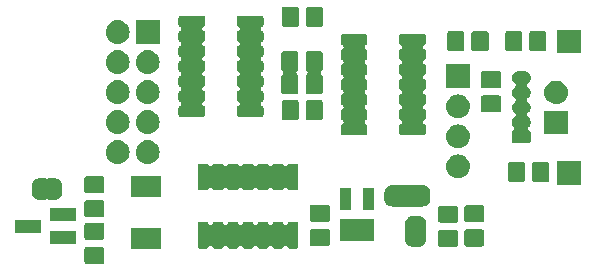
<source format=gts>
G04 #@! TF.GenerationSoftware,KiCad,Pcbnew,(5.1.4)-1*
G04 #@! TF.CreationDate,2019-11-21T02:33:43+00:00*
G04 #@! TF.ProjectId,analog,616e616c-6f67-42e6-9b69-6361645f7063,rev?*
G04 #@! TF.SameCoordinates,Original*
G04 #@! TF.FileFunction,Soldermask,Top*
G04 #@! TF.FilePolarity,Negative*
%FSLAX46Y46*%
G04 Gerber Fmt 4.6, Leading zero omitted, Abs format (unit mm)*
G04 Created by KiCad (PCBNEW (5.1.4)-1) date 2019-11-21 02:33:43*
%MOMM*%
%LPD*%
G04 APERTURE LIST*
%ADD10C,0.100000*%
G04 APERTURE END LIST*
D10*
G36*
X36519680Y-52562794D02*
G01*
X36557425Y-52574244D01*
X36592213Y-52592838D01*
X36622701Y-52617859D01*
X36647722Y-52648347D01*
X36666316Y-52683135D01*
X36677766Y-52720880D01*
X36682600Y-52769960D01*
X36682600Y-53795960D01*
X36677766Y-53845040D01*
X36666316Y-53882785D01*
X36647722Y-53917573D01*
X36622701Y-53948061D01*
X36592213Y-53973082D01*
X36557425Y-53991676D01*
X36519680Y-54003126D01*
X36470600Y-54007960D01*
X35194600Y-54007960D01*
X35145520Y-54003126D01*
X35107775Y-53991676D01*
X35072987Y-53973082D01*
X35042499Y-53948061D01*
X35017478Y-53917573D01*
X34998884Y-53882785D01*
X34987434Y-53845040D01*
X34982600Y-53795960D01*
X34982600Y-52769960D01*
X34987434Y-52720880D01*
X34998884Y-52683135D01*
X35017478Y-52648347D01*
X35042499Y-52617859D01*
X35072987Y-52592838D01*
X35107775Y-52574244D01*
X35145520Y-52562794D01*
X35194600Y-52557960D01*
X36470600Y-52557960D01*
X36519680Y-52562794D01*
X36519680Y-52562794D01*
G37*
G36*
X41460964Y-50968670D02*
G01*
X41470168Y-50971462D01*
X41478638Y-50975989D01*
X41486071Y-50982089D01*
X41492171Y-50989522D01*
X41496698Y-50997992D01*
X41499490Y-51007196D01*
X41501400Y-51026588D01*
X41501400Y-52656932D01*
X41499490Y-52676324D01*
X41496698Y-52685528D01*
X41492171Y-52693998D01*
X41486071Y-52701431D01*
X41478638Y-52707531D01*
X41470168Y-52712058D01*
X41460964Y-52714850D01*
X41441572Y-52716760D01*
X38961228Y-52716760D01*
X38941836Y-52714850D01*
X38932632Y-52712058D01*
X38924162Y-52707531D01*
X38916729Y-52701431D01*
X38910629Y-52693998D01*
X38906102Y-52685528D01*
X38903310Y-52676324D01*
X38901400Y-52656932D01*
X38901400Y-51026588D01*
X38903310Y-51007196D01*
X38906102Y-50997992D01*
X38910629Y-50989522D01*
X38916729Y-50982089D01*
X38924162Y-50975989D01*
X38932632Y-50971462D01*
X38941836Y-50968670D01*
X38961228Y-50966760D01*
X41441572Y-50966760D01*
X41460964Y-50968670D01*
X41460964Y-50968670D01*
G37*
G36*
X45376601Y-50461712D02*
G01*
X45399860Y-50468767D01*
X45421309Y-50480232D01*
X45440104Y-50495656D01*
X45455528Y-50514451D01*
X45466992Y-50535898D01*
X45471013Y-50549153D01*
X45486016Y-50585375D01*
X45507798Y-50617974D01*
X45535521Y-50645698D01*
X45568120Y-50667480D01*
X45604342Y-50682484D01*
X45642796Y-50690133D01*
X45682002Y-50690133D01*
X45720456Y-50682484D01*
X45756678Y-50667481D01*
X45789277Y-50645699D01*
X45817001Y-50617976D01*
X45838783Y-50585377D01*
X45853787Y-50549153D01*
X45857808Y-50535898D01*
X45869272Y-50514451D01*
X45884696Y-50495656D01*
X45903491Y-50480232D01*
X45924940Y-50468767D01*
X45948199Y-50461712D01*
X45982227Y-50458360D01*
X46612573Y-50458360D01*
X46646601Y-50461712D01*
X46669860Y-50468767D01*
X46691309Y-50480232D01*
X46710104Y-50495656D01*
X46725528Y-50514451D01*
X46736992Y-50535898D01*
X46741013Y-50549153D01*
X46756016Y-50585375D01*
X46777798Y-50617974D01*
X46805521Y-50645698D01*
X46838120Y-50667480D01*
X46874342Y-50682484D01*
X46912796Y-50690133D01*
X46952002Y-50690133D01*
X46990456Y-50682484D01*
X47026678Y-50667481D01*
X47059277Y-50645699D01*
X47087001Y-50617976D01*
X47108783Y-50585377D01*
X47123787Y-50549153D01*
X47127808Y-50535898D01*
X47139272Y-50514451D01*
X47154696Y-50495656D01*
X47173491Y-50480232D01*
X47194940Y-50468767D01*
X47218199Y-50461712D01*
X47252227Y-50458360D01*
X47882573Y-50458360D01*
X47916601Y-50461712D01*
X47939860Y-50468767D01*
X47961309Y-50480232D01*
X47980104Y-50495656D01*
X47995528Y-50514451D01*
X48006992Y-50535898D01*
X48011013Y-50549153D01*
X48026016Y-50585375D01*
X48047798Y-50617974D01*
X48075521Y-50645698D01*
X48108120Y-50667480D01*
X48144342Y-50682484D01*
X48182796Y-50690133D01*
X48222002Y-50690133D01*
X48260456Y-50682484D01*
X48296678Y-50667481D01*
X48329277Y-50645699D01*
X48357001Y-50617976D01*
X48378783Y-50585377D01*
X48393787Y-50549153D01*
X48397808Y-50535898D01*
X48409272Y-50514451D01*
X48424696Y-50495656D01*
X48443491Y-50480232D01*
X48464940Y-50468767D01*
X48488199Y-50461712D01*
X48522227Y-50458360D01*
X49152573Y-50458360D01*
X49186601Y-50461712D01*
X49209860Y-50468767D01*
X49231309Y-50480232D01*
X49250104Y-50495656D01*
X49265528Y-50514451D01*
X49276992Y-50535898D01*
X49281013Y-50549153D01*
X49296016Y-50585375D01*
X49317798Y-50617974D01*
X49345521Y-50645698D01*
X49378120Y-50667480D01*
X49414342Y-50682484D01*
X49452796Y-50690133D01*
X49492002Y-50690133D01*
X49530456Y-50682484D01*
X49566678Y-50667481D01*
X49599277Y-50645699D01*
X49627001Y-50617976D01*
X49648783Y-50585377D01*
X49663787Y-50549153D01*
X49667808Y-50535898D01*
X49679272Y-50514451D01*
X49694696Y-50495656D01*
X49713491Y-50480232D01*
X49734940Y-50468767D01*
X49758199Y-50461712D01*
X49792227Y-50458360D01*
X50422573Y-50458360D01*
X50456601Y-50461712D01*
X50479860Y-50468767D01*
X50501309Y-50480232D01*
X50520104Y-50495656D01*
X50535528Y-50514451D01*
X50546992Y-50535898D01*
X50551013Y-50549153D01*
X50566016Y-50585375D01*
X50587798Y-50617974D01*
X50615521Y-50645698D01*
X50648120Y-50667480D01*
X50684342Y-50682484D01*
X50722796Y-50690133D01*
X50762002Y-50690133D01*
X50800456Y-50682484D01*
X50836678Y-50667481D01*
X50869277Y-50645699D01*
X50897001Y-50617976D01*
X50918783Y-50585377D01*
X50933787Y-50549153D01*
X50937808Y-50535898D01*
X50949272Y-50514451D01*
X50964696Y-50495656D01*
X50983491Y-50480232D01*
X51004940Y-50468767D01*
X51028199Y-50461712D01*
X51062227Y-50458360D01*
X51692573Y-50458360D01*
X51726601Y-50461712D01*
X51749860Y-50468767D01*
X51771309Y-50480232D01*
X51790104Y-50495656D01*
X51805528Y-50514451D01*
X51816992Y-50535898D01*
X51821013Y-50549153D01*
X51836016Y-50585375D01*
X51857798Y-50617974D01*
X51885521Y-50645698D01*
X51918120Y-50667480D01*
X51954342Y-50682484D01*
X51992796Y-50690133D01*
X52032002Y-50690133D01*
X52070456Y-50682484D01*
X52106678Y-50667481D01*
X52139277Y-50645699D01*
X52167001Y-50617976D01*
X52188783Y-50585377D01*
X52203787Y-50549153D01*
X52207808Y-50535898D01*
X52219272Y-50514451D01*
X52234696Y-50495656D01*
X52253491Y-50480232D01*
X52274940Y-50468767D01*
X52298199Y-50461712D01*
X52332227Y-50458360D01*
X52962573Y-50458360D01*
X52996601Y-50461712D01*
X53019860Y-50468767D01*
X53041309Y-50480232D01*
X53060104Y-50495656D01*
X53075528Y-50514451D01*
X53086993Y-50535900D01*
X53094048Y-50559159D01*
X53097400Y-50593187D01*
X53097400Y-52573533D01*
X53094048Y-52607561D01*
X53086993Y-52630820D01*
X53075528Y-52652269D01*
X53060104Y-52671064D01*
X53041309Y-52686488D01*
X53019860Y-52697953D01*
X52996601Y-52705008D01*
X52962573Y-52708360D01*
X52332227Y-52708360D01*
X52298199Y-52705008D01*
X52274940Y-52697953D01*
X52253491Y-52686488D01*
X52234696Y-52671064D01*
X52219272Y-52652269D01*
X52207808Y-52630822D01*
X52203787Y-52617567D01*
X52188784Y-52581345D01*
X52167002Y-52548746D01*
X52139279Y-52521022D01*
X52106680Y-52499240D01*
X52070458Y-52484236D01*
X52032004Y-52476587D01*
X51992798Y-52476587D01*
X51954344Y-52484236D01*
X51918122Y-52499239D01*
X51885523Y-52521021D01*
X51857799Y-52548744D01*
X51836017Y-52581343D01*
X51821013Y-52617567D01*
X51816992Y-52630822D01*
X51805528Y-52652269D01*
X51790104Y-52671064D01*
X51771309Y-52686488D01*
X51749860Y-52697953D01*
X51726601Y-52705008D01*
X51692573Y-52708360D01*
X51062227Y-52708360D01*
X51028199Y-52705008D01*
X51004940Y-52697953D01*
X50983491Y-52686488D01*
X50964696Y-52671064D01*
X50949272Y-52652269D01*
X50937808Y-52630822D01*
X50933787Y-52617567D01*
X50918784Y-52581345D01*
X50897002Y-52548746D01*
X50869279Y-52521022D01*
X50836680Y-52499240D01*
X50800458Y-52484236D01*
X50762004Y-52476587D01*
X50722798Y-52476587D01*
X50684344Y-52484236D01*
X50648122Y-52499239D01*
X50615523Y-52521021D01*
X50587799Y-52548744D01*
X50566017Y-52581343D01*
X50551013Y-52617567D01*
X50546992Y-52630822D01*
X50535528Y-52652269D01*
X50520104Y-52671064D01*
X50501309Y-52686488D01*
X50479860Y-52697953D01*
X50456601Y-52705008D01*
X50422573Y-52708360D01*
X49792227Y-52708360D01*
X49758199Y-52705008D01*
X49734940Y-52697953D01*
X49713491Y-52686488D01*
X49694696Y-52671064D01*
X49679272Y-52652269D01*
X49667808Y-52630822D01*
X49663787Y-52617567D01*
X49648784Y-52581345D01*
X49627002Y-52548746D01*
X49599279Y-52521022D01*
X49566680Y-52499240D01*
X49530458Y-52484236D01*
X49492004Y-52476587D01*
X49452798Y-52476587D01*
X49414344Y-52484236D01*
X49378122Y-52499239D01*
X49345523Y-52521021D01*
X49317799Y-52548744D01*
X49296017Y-52581343D01*
X49281013Y-52617567D01*
X49276992Y-52630822D01*
X49265528Y-52652269D01*
X49250104Y-52671064D01*
X49231309Y-52686488D01*
X49209860Y-52697953D01*
X49186601Y-52705008D01*
X49152573Y-52708360D01*
X48522227Y-52708360D01*
X48488199Y-52705008D01*
X48464940Y-52697953D01*
X48443491Y-52686488D01*
X48424696Y-52671064D01*
X48409272Y-52652269D01*
X48397808Y-52630822D01*
X48393787Y-52617567D01*
X48378784Y-52581345D01*
X48357002Y-52548746D01*
X48329279Y-52521022D01*
X48296680Y-52499240D01*
X48260458Y-52484236D01*
X48222004Y-52476587D01*
X48182798Y-52476587D01*
X48144344Y-52484236D01*
X48108122Y-52499239D01*
X48075523Y-52521021D01*
X48047799Y-52548744D01*
X48026017Y-52581343D01*
X48011013Y-52617567D01*
X48006992Y-52630822D01*
X47995528Y-52652269D01*
X47980104Y-52671064D01*
X47961309Y-52686488D01*
X47939860Y-52697953D01*
X47916601Y-52705008D01*
X47882573Y-52708360D01*
X47252227Y-52708360D01*
X47218199Y-52705008D01*
X47194940Y-52697953D01*
X47173491Y-52686488D01*
X47154696Y-52671064D01*
X47139272Y-52652269D01*
X47127808Y-52630822D01*
X47123787Y-52617567D01*
X47108784Y-52581345D01*
X47087002Y-52548746D01*
X47059279Y-52521022D01*
X47026680Y-52499240D01*
X46990458Y-52484236D01*
X46952004Y-52476587D01*
X46912798Y-52476587D01*
X46874344Y-52484236D01*
X46838122Y-52499239D01*
X46805523Y-52521021D01*
X46777799Y-52548744D01*
X46756017Y-52581343D01*
X46741013Y-52617567D01*
X46736992Y-52630822D01*
X46725528Y-52652269D01*
X46710104Y-52671064D01*
X46691309Y-52686488D01*
X46669860Y-52697953D01*
X46646601Y-52705008D01*
X46612573Y-52708360D01*
X45982227Y-52708360D01*
X45948199Y-52705008D01*
X45924940Y-52697953D01*
X45903491Y-52686488D01*
X45884696Y-52671064D01*
X45869272Y-52652269D01*
X45857808Y-52630822D01*
X45853787Y-52617567D01*
X45838784Y-52581345D01*
X45817002Y-52548746D01*
X45789279Y-52521022D01*
X45756680Y-52499240D01*
X45720458Y-52484236D01*
X45682004Y-52476587D01*
X45642798Y-52476587D01*
X45604344Y-52484236D01*
X45568122Y-52499239D01*
X45535523Y-52521021D01*
X45507799Y-52548744D01*
X45486017Y-52581343D01*
X45471013Y-52617567D01*
X45466992Y-52630822D01*
X45455528Y-52652269D01*
X45440104Y-52671064D01*
X45421309Y-52686488D01*
X45399860Y-52697953D01*
X45376601Y-52705008D01*
X45342573Y-52708360D01*
X44712227Y-52708360D01*
X44678199Y-52705008D01*
X44654940Y-52697953D01*
X44633491Y-52686488D01*
X44614696Y-52671064D01*
X44599272Y-52652269D01*
X44587807Y-52630820D01*
X44580752Y-52607561D01*
X44577400Y-52573533D01*
X44577400Y-50593187D01*
X44580752Y-50559159D01*
X44587807Y-50535900D01*
X44599272Y-50514451D01*
X44614696Y-50495656D01*
X44633491Y-50480232D01*
X44654940Y-50468767D01*
X44678199Y-50461712D01*
X44712227Y-50458360D01*
X45342573Y-50458360D01*
X45376601Y-50461712D01*
X45376601Y-50461712D01*
G37*
G36*
X66466280Y-51114994D02*
G01*
X66504025Y-51126444D01*
X66538813Y-51145038D01*
X66569301Y-51170059D01*
X66594322Y-51200547D01*
X66612916Y-51235335D01*
X66624366Y-51273080D01*
X66629200Y-51322160D01*
X66629200Y-52348160D01*
X66624366Y-52397240D01*
X66612916Y-52434985D01*
X66594322Y-52469773D01*
X66569301Y-52500261D01*
X66538813Y-52525282D01*
X66504025Y-52543876D01*
X66466280Y-52555326D01*
X66417200Y-52560160D01*
X65141200Y-52560160D01*
X65092120Y-52555326D01*
X65054375Y-52543876D01*
X65019587Y-52525282D01*
X64989099Y-52500261D01*
X64964078Y-52469773D01*
X64945484Y-52434985D01*
X64934034Y-52397240D01*
X64929200Y-52348160D01*
X64929200Y-51322160D01*
X64934034Y-51273080D01*
X64945484Y-51235335D01*
X64964078Y-51200547D01*
X64989099Y-51170059D01*
X65019587Y-51145038D01*
X65054375Y-51126444D01*
X65092120Y-51114994D01*
X65141200Y-51110160D01*
X66417200Y-51110160D01*
X66466280Y-51114994D01*
X66466280Y-51114994D01*
G37*
G36*
X63285991Y-49941234D02*
G01*
X63286000Y-49941234D01*
X63290863Y-49941713D01*
X63310448Y-49942675D01*
X63325182Y-49942675D01*
X63335000Y-49943642D01*
X63335009Y-49943642D01*
X63364414Y-49946538D01*
X63364425Y-49946540D01*
X63374241Y-49947507D01*
X63451096Y-49962795D01*
X63460531Y-49965657D01*
X63460547Y-49965660D01*
X63488822Y-49974237D01*
X63488830Y-49974240D01*
X63498278Y-49977106D01*
X63570668Y-50007091D01*
X63579374Y-50011744D01*
X63579378Y-50011746D01*
X63590773Y-50017837D01*
X63614140Y-50030327D01*
X63679301Y-50073867D01*
X63686924Y-50080123D01*
X63686936Y-50080131D01*
X63709776Y-50098876D01*
X63709780Y-50098880D01*
X63717408Y-50105140D01*
X63772820Y-50160552D01*
X63779080Y-50168180D01*
X63779084Y-50168184D01*
X63797829Y-50191024D01*
X63797837Y-50191036D01*
X63804093Y-50198659D01*
X63847633Y-50263820D01*
X63852284Y-50272521D01*
X63852285Y-50272523D01*
X63866214Y-50298582D01*
X63866216Y-50298586D01*
X63870869Y-50307292D01*
X63900854Y-50379682D01*
X63903720Y-50389130D01*
X63903723Y-50389138D01*
X63912300Y-50417413D01*
X63912303Y-50417429D01*
X63915165Y-50426864D01*
X63930453Y-50503719D01*
X63931420Y-50513535D01*
X63931422Y-50513546D01*
X63934318Y-50542951D01*
X63934318Y-50542960D01*
X63935285Y-50552778D01*
X63935285Y-50567512D01*
X63936247Y-50587097D01*
X63936726Y-50591960D01*
X63936726Y-50591969D01*
X63937693Y-50601787D01*
X63937693Y-51082133D01*
X63936726Y-51091952D01*
X63936726Y-51091960D01*
X63933830Y-51121365D01*
X63926764Y-51144659D01*
X63924607Y-51151768D01*
X63911295Y-51183907D01*
X63903647Y-51222361D01*
X63903647Y-51261568D01*
X63911297Y-51300021D01*
X63924607Y-51332153D01*
X63925251Y-51334277D01*
X63925253Y-51334280D01*
X63933830Y-51362555D01*
X63936726Y-51391960D01*
X63936726Y-51391968D01*
X63937693Y-51401787D01*
X63937693Y-51882133D01*
X63936726Y-51891951D01*
X63936726Y-51891960D01*
X63936247Y-51896823D01*
X63935285Y-51916408D01*
X63935285Y-51931142D01*
X63934318Y-51940960D01*
X63934318Y-51940969D01*
X63931422Y-51970374D01*
X63931420Y-51970385D01*
X63930453Y-51980201D01*
X63915165Y-52057056D01*
X63912303Y-52066491D01*
X63912300Y-52066507D01*
X63903723Y-52094782D01*
X63903720Y-52094790D01*
X63900854Y-52104238D01*
X63870869Y-52176628D01*
X63866216Y-52185334D01*
X63866214Y-52185338D01*
X63852285Y-52211397D01*
X63847633Y-52220100D01*
X63804093Y-52285261D01*
X63797837Y-52292884D01*
X63797829Y-52292896D01*
X63779084Y-52315736D01*
X63779080Y-52315740D01*
X63772820Y-52323368D01*
X63717408Y-52378780D01*
X63709780Y-52385040D01*
X63709776Y-52385044D01*
X63686936Y-52403789D01*
X63686924Y-52403797D01*
X63679301Y-52410053D01*
X63614140Y-52453593D01*
X63605439Y-52458244D01*
X63605437Y-52458245D01*
X63579378Y-52472174D01*
X63579374Y-52472176D01*
X63570668Y-52476829D01*
X63498278Y-52506814D01*
X63488830Y-52509680D01*
X63488822Y-52509683D01*
X63460547Y-52518260D01*
X63460531Y-52518263D01*
X63451096Y-52521125D01*
X63374241Y-52536413D01*
X63364425Y-52537380D01*
X63364414Y-52537382D01*
X63335009Y-52540278D01*
X63335000Y-52540278D01*
X63325182Y-52541245D01*
X63310448Y-52541245D01*
X63290863Y-52542207D01*
X63286000Y-52542686D01*
X63285991Y-52542686D01*
X63276173Y-52543653D01*
X62795827Y-52543653D01*
X62786009Y-52542686D01*
X62786000Y-52542686D01*
X62781137Y-52542207D01*
X62761552Y-52541245D01*
X62746818Y-52541245D01*
X62737000Y-52540278D01*
X62736991Y-52540278D01*
X62707586Y-52537382D01*
X62707575Y-52537380D01*
X62697759Y-52536413D01*
X62620904Y-52521125D01*
X62611469Y-52518263D01*
X62611453Y-52518260D01*
X62583178Y-52509683D01*
X62583170Y-52509680D01*
X62573722Y-52506814D01*
X62501332Y-52476829D01*
X62492626Y-52472176D01*
X62492622Y-52472174D01*
X62466563Y-52458245D01*
X62466561Y-52458244D01*
X62457860Y-52453593D01*
X62392699Y-52410053D01*
X62385076Y-52403797D01*
X62385064Y-52403789D01*
X62362224Y-52385044D01*
X62362220Y-52385040D01*
X62354592Y-52378780D01*
X62299180Y-52323368D01*
X62292920Y-52315740D01*
X62292916Y-52315736D01*
X62274171Y-52292896D01*
X62274163Y-52292884D01*
X62267907Y-52285261D01*
X62224367Y-52220100D01*
X62219715Y-52211397D01*
X62205786Y-52185338D01*
X62205784Y-52185334D01*
X62201131Y-52176628D01*
X62171146Y-52104238D01*
X62168280Y-52094790D01*
X62168277Y-52094782D01*
X62159700Y-52066507D01*
X62159697Y-52066491D01*
X62156835Y-52057056D01*
X62141547Y-51980201D01*
X62140580Y-51970385D01*
X62140578Y-51970374D01*
X62137682Y-51940969D01*
X62137682Y-51940960D01*
X62136715Y-51931142D01*
X62136715Y-51916408D01*
X62135753Y-51896823D01*
X62135274Y-51891960D01*
X62135274Y-51891951D01*
X62134307Y-51882133D01*
X62134307Y-51401787D01*
X62135274Y-51391968D01*
X62135274Y-51391960D01*
X62138170Y-51362555D01*
X62146747Y-51334280D01*
X62146748Y-51334278D01*
X62147393Y-51332152D01*
X62160705Y-51300013D01*
X62168353Y-51261559D01*
X62168353Y-51222352D01*
X62160703Y-51183899D01*
X62147393Y-51151767D01*
X62146749Y-51149643D01*
X62146747Y-51149640D01*
X62138170Y-51121365D01*
X62135274Y-51091960D01*
X62135274Y-51091952D01*
X62134307Y-51082133D01*
X62134307Y-50601787D01*
X62135274Y-50591969D01*
X62135274Y-50591960D01*
X62135753Y-50587097D01*
X62136715Y-50567512D01*
X62136715Y-50552778D01*
X62137682Y-50542960D01*
X62137682Y-50542951D01*
X62140578Y-50513546D01*
X62140580Y-50513535D01*
X62141547Y-50503719D01*
X62156835Y-50426864D01*
X62159697Y-50417429D01*
X62159700Y-50417413D01*
X62168277Y-50389138D01*
X62168280Y-50389130D01*
X62171146Y-50379682D01*
X62201131Y-50307292D01*
X62205784Y-50298586D01*
X62205786Y-50298582D01*
X62219715Y-50272523D01*
X62219716Y-50272521D01*
X62224367Y-50263820D01*
X62267907Y-50198659D01*
X62274163Y-50191036D01*
X62274171Y-50191024D01*
X62292916Y-50168184D01*
X62292920Y-50168180D01*
X62299180Y-50160552D01*
X62354592Y-50105140D01*
X62362220Y-50098880D01*
X62362224Y-50098876D01*
X62385064Y-50080131D01*
X62385076Y-50080123D01*
X62392699Y-50073867D01*
X62457860Y-50030327D01*
X62481227Y-50017837D01*
X62492622Y-50011746D01*
X62492626Y-50011744D01*
X62501332Y-50007091D01*
X62573722Y-49977106D01*
X62583170Y-49974240D01*
X62583178Y-49974237D01*
X62611453Y-49965660D01*
X62611469Y-49965657D01*
X62620904Y-49962795D01*
X62697759Y-49947507D01*
X62707575Y-49946540D01*
X62707586Y-49946538D01*
X62736991Y-49943642D01*
X62737000Y-49943642D01*
X62746818Y-49942675D01*
X62761552Y-49942675D01*
X62781137Y-49941713D01*
X62786000Y-49941234D01*
X62786009Y-49941234D01*
X62795827Y-49940267D01*
X63276173Y-49940267D01*
X63285991Y-49941234D01*
X63285991Y-49941234D01*
G37*
G36*
X68676080Y-51089594D02*
G01*
X68713825Y-51101044D01*
X68748613Y-51119638D01*
X68779101Y-51144659D01*
X68804122Y-51175147D01*
X68822716Y-51209935D01*
X68834166Y-51247680D01*
X68839000Y-51296760D01*
X68839000Y-52322760D01*
X68834166Y-52371840D01*
X68822716Y-52409585D01*
X68804122Y-52444373D01*
X68779101Y-52474861D01*
X68748613Y-52499882D01*
X68713825Y-52518476D01*
X68676080Y-52529926D01*
X68627000Y-52534760D01*
X67351000Y-52534760D01*
X67301920Y-52529926D01*
X67264175Y-52518476D01*
X67229387Y-52499882D01*
X67198899Y-52474861D01*
X67173878Y-52444373D01*
X67155284Y-52409585D01*
X67143834Y-52371840D01*
X67139000Y-52322760D01*
X67139000Y-51296760D01*
X67143834Y-51247680D01*
X67155284Y-51209935D01*
X67173878Y-51175147D01*
X67198899Y-51144659D01*
X67229387Y-51119638D01*
X67264175Y-51101044D01*
X67301920Y-51089594D01*
X67351000Y-51084760D01*
X68627000Y-51084760D01*
X68676080Y-51089594D01*
X68676080Y-51089594D01*
G37*
G36*
X55595080Y-51038794D02*
G01*
X55632825Y-51050244D01*
X55667613Y-51068838D01*
X55698101Y-51093859D01*
X55723122Y-51124347D01*
X55741716Y-51159135D01*
X55753166Y-51196880D01*
X55758000Y-51245960D01*
X55758000Y-52271960D01*
X55753166Y-52321040D01*
X55741716Y-52358785D01*
X55723122Y-52393573D01*
X55698101Y-52424061D01*
X55667613Y-52449082D01*
X55632825Y-52467676D01*
X55595080Y-52479126D01*
X55546000Y-52483960D01*
X54270000Y-52483960D01*
X54220920Y-52479126D01*
X54183175Y-52467676D01*
X54148387Y-52449082D01*
X54117899Y-52424061D01*
X54092878Y-52393573D01*
X54074284Y-52358785D01*
X54062834Y-52321040D01*
X54058000Y-52271960D01*
X54058000Y-51245960D01*
X54062834Y-51196880D01*
X54074284Y-51159135D01*
X54092878Y-51124347D01*
X54117899Y-51093859D01*
X54148387Y-51068838D01*
X54183175Y-51050244D01*
X54220920Y-51038794D01*
X54270000Y-51033960D01*
X55546000Y-51033960D01*
X55595080Y-51038794D01*
X55595080Y-51038794D01*
G37*
G36*
X34292400Y-52310160D02*
G01*
X32092400Y-52310160D01*
X32092400Y-51210160D01*
X34292400Y-51210160D01*
X34292400Y-52310160D01*
X34292400Y-52310160D01*
G37*
G36*
X59482600Y-52099560D02*
G01*
X56632600Y-52099560D01*
X56632600Y-50239560D01*
X59482600Y-50239560D01*
X59482600Y-52099560D01*
X59482600Y-52099560D01*
G37*
G36*
X36519680Y-50512794D02*
G01*
X36557425Y-50524244D01*
X36592213Y-50542838D01*
X36622701Y-50567859D01*
X36647722Y-50598347D01*
X36666316Y-50633135D01*
X36677766Y-50670880D01*
X36682600Y-50719960D01*
X36682600Y-51745960D01*
X36677766Y-51795040D01*
X36666316Y-51832785D01*
X36647722Y-51867573D01*
X36622701Y-51898061D01*
X36592213Y-51923082D01*
X36557425Y-51941676D01*
X36519680Y-51953126D01*
X36470600Y-51957960D01*
X35194600Y-51957960D01*
X35145520Y-51953126D01*
X35107775Y-51941676D01*
X35072987Y-51923082D01*
X35042499Y-51898061D01*
X35017478Y-51867573D01*
X34998884Y-51832785D01*
X34987434Y-51795040D01*
X34982600Y-51745960D01*
X34982600Y-50719960D01*
X34987434Y-50670880D01*
X34998884Y-50633135D01*
X35017478Y-50598347D01*
X35042499Y-50567859D01*
X35072987Y-50542838D01*
X35107775Y-50524244D01*
X35145520Y-50512794D01*
X35194600Y-50507960D01*
X36470600Y-50507960D01*
X36519680Y-50512794D01*
X36519680Y-50512794D01*
G37*
G36*
X31292400Y-51360160D02*
G01*
X29092400Y-51360160D01*
X29092400Y-50260160D01*
X31292400Y-50260160D01*
X31292400Y-51360160D01*
X31292400Y-51360160D01*
G37*
G36*
X66466280Y-49064994D02*
G01*
X66504025Y-49076444D01*
X66538813Y-49095038D01*
X66569301Y-49120059D01*
X66594322Y-49150547D01*
X66612916Y-49185335D01*
X66624366Y-49223080D01*
X66629200Y-49272160D01*
X66629200Y-50298160D01*
X66624366Y-50347240D01*
X66612916Y-50384985D01*
X66594322Y-50419773D01*
X66569301Y-50450261D01*
X66538813Y-50475282D01*
X66504025Y-50493876D01*
X66466280Y-50505326D01*
X66417200Y-50510160D01*
X65141200Y-50510160D01*
X65092120Y-50505326D01*
X65054375Y-50493876D01*
X65019587Y-50475282D01*
X64989099Y-50450261D01*
X64964078Y-50419773D01*
X64945484Y-50384985D01*
X64934034Y-50347240D01*
X64929200Y-50298160D01*
X64929200Y-49272160D01*
X64934034Y-49223080D01*
X64945484Y-49185335D01*
X64964078Y-49150547D01*
X64989099Y-49120059D01*
X65019587Y-49095038D01*
X65054375Y-49076444D01*
X65092120Y-49064994D01*
X65141200Y-49060160D01*
X66417200Y-49060160D01*
X66466280Y-49064994D01*
X66466280Y-49064994D01*
G37*
G36*
X68676080Y-49039594D02*
G01*
X68713825Y-49051044D01*
X68748613Y-49069638D01*
X68779101Y-49094659D01*
X68804122Y-49125147D01*
X68822716Y-49159935D01*
X68834166Y-49197680D01*
X68839000Y-49246760D01*
X68839000Y-50272760D01*
X68834166Y-50321840D01*
X68822716Y-50359585D01*
X68804122Y-50394373D01*
X68779101Y-50424861D01*
X68748613Y-50449882D01*
X68713825Y-50468476D01*
X68676080Y-50479926D01*
X68627000Y-50484760D01*
X67351000Y-50484760D01*
X67301920Y-50479926D01*
X67264175Y-50468476D01*
X67229387Y-50449882D01*
X67198899Y-50424861D01*
X67173878Y-50394373D01*
X67155284Y-50359585D01*
X67143834Y-50321840D01*
X67139000Y-50272760D01*
X67139000Y-49246760D01*
X67143834Y-49197680D01*
X67155284Y-49159935D01*
X67173878Y-49125147D01*
X67198899Y-49094659D01*
X67229387Y-49069638D01*
X67264175Y-49051044D01*
X67301920Y-49039594D01*
X67351000Y-49034760D01*
X68627000Y-49034760D01*
X68676080Y-49039594D01*
X68676080Y-49039594D01*
G37*
G36*
X55595080Y-48988794D02*
G01*
X55632825Y-49000244D01*
X55667613Y-49018838D01*
X55698101Y-49043859D01*
X55723122Y-49074347D01*
X55741716Y-49109135D01*
X55753166Y-49146880D01*
X55758000Y-49195960D01*
X55758000Y-50221960D01*
X55753166Y-50271040D01*
X55741716Y-50308785D01*
X55723122Y-50343573D01*
X55698101Y-50374061D01*
X55667613Y-50399082D01*
X55632825Y-50417676D01*
X55595080Y-50429126D01*
X55546000Y-50433960D01*
X54270000Y-50433960D01*
X54220920Y-50429126D01*
X54183175Y-50417676D01*
X54148387Y-50399082D01*
X54117899Y-50374061D01*
X54092878Y-50343573D01*
X54074284Y-50308785D01*
X54062834Y-50271040D01*
X54058000Y-50221960D01*
X54058000Y-49195960D01*
X54062834Y-49146880D01*
X54074284Y-49109135D01*
X54092878Y-49074347D01*
X54117899Y-49043859D01*
X54148387Y-49018838D01*
X54183175Y-49000244D01*
X54220920Y-48988794D01*
X54270000Y-48983960D01*
X55546000Y-48983960D01*
X55595080Y-48988794D01*
X55595080Y-48988794D01*
G37*
G36*
X34292400Y-50410160D02*
G01*
X32092400Y-50410160D01*
X32092400Y-49310160D01*
X34292400Y-49310160D01*
X34292400Y-50410160D01*
X34292400Y-50410160D01*
G37*
G36*
X36519680Y-48625794D02*
G01*
X36557425Y-48637244D01*
X36592213Y-48655838D01*
X36622701Y-48680859D01*
X36647722Y-48711347D01*
X36666316Y-48746135D01*
X36677766Y-48783880D01*
X36682600Y-48832960D01*
X36682600Y-49858960D01*
X36677766Y-49908040D01*
X36666316Y-49945785D01*
X36647722Y-49980573D01*
X36622701Y-50011061D01*
X36592213Y-50036082D01*
X36557425Y-50054676D01*
X36519680Y-50066126D01*
X36470600Y-50070960D01*
X35194600Y-50070960D01*
X35145520Y-50066126D01*
X35107775Y-50054676D01*
X35072987Y-50036082D01*
X35042499Y-50011061D01*
X35017478Y-49980573D01*
X34998884Y-49945785D01*
X34987434Y-49908040D01*
X34982600Y-49858960D01*
X34982600Y-48832960D01*
X34987434Y-48783880D01*
X34998884Y-48746135D01*
X35017478Y-48711347D01*
X35042499Y-48680859D01*
X35072987Y-48655838D01*
X35107775Y-48637244D01*
X35145520Y-48625794D01*
X35194600Y-48620960D01*
X36470600Y-48620960D01*
X36519680Y-48625794D01*
X36519680Y-48625794D01*
G37*
G36*
X59482600Y-49399560D02*
G01*
X58532600Y-49399560D01*
X58532600Y-47539560D01*
X59482600Y-47539560D01*
X59482600Y-49399560D01*
X59482600Y-49399560D01*
G37*
G36*
X57582600Y-49399560D02*
G01*
X56632600Y-49399560D01*
X56632600Y-47539560D01*
X57582600Y-47539560D01*
X57582600Y-49399560D01*
X57582600Y-49399560D01*
G37*
G36*
X61572385Y-47343797D02*
G01*
X61591989Y-47344760D01*
X63057611Y-47344760D01*
X63077215Y-47343797D01*
X63084627Y-47343067D01*
X63614973Y-47343067D01*
X63624791Y-47344034D01*
X63624800Y-47344034D01*
X63629663Y-47344513D01*
X63649248Y-47345475D01*
X63663982Y-47345475D01*
X63673800Y-47346442D01*
X63673809Y-47346442D01*
X63703214Y-47349338D01*
X63703225Y-47349340D01*
X63713041Y-47350307D01*
X63789896Y-47365595D01*
X63799331Y-47368457D01*
X63799347Y-47368460D01*
X63827622Y-47377037D01*
X63827630Y-47377040D01*
X63837078Y-47379906D01*
X63909468Y-47409891D01*
X63918174Y-47414544D01*
X63918178Y-47414546D01*
X63944237Y-47428475D01*
X63952940Y-47433127D01*
X64018101Y-47476667D01*
X64025724Y-47482923D01*
X64025736Y-47482931D01*
X64048576Y-47501676D01*
X64048580Y-47501680D01*
X64056208Y-47507940D01*
X64111620Y-47563352D01*
X64117880Y-47570980D01*
X64117884Y-47570984D01*
X64136629Y-47593824D01*
X64136637Y-47593836D01*
X64142893Y-47601459D01*
X64186433Y-47666620D01*
X64191084Y-47675321D01*
X64191085Y-47675323D01*
X64205014Y-47701382D01*
X64205016Y-47701386D01*
X64209669Y-47710092D01*
X64239654Y-47782482D01*
X64242520Y-47791930D01*
X64242523Y-47791938D01*
X64251100Y-47820213D01*
X64251103Y-47820229D01*
X64253965Y-47829664D01*
X64269253Y-47906519D01*
X64270220Y-47916335D01*
X64270222Y-47916346D01*
X64273118Y-47945751D01*
X64273118Y-47945760D01*
X64274085Y-47955578D01*
X64274085Y-47970312D01*
X64275047Y-47989897D01*
X64275526Y-47994760D01*
X64275526Y-47994769D01*
X64276493Y-48004587D01*
X64276493Y-48484933D01*
X64275526Y-48494751D01*
X64275526Y-48494760D01*
X64275047Y-48499623D01*
X64274085Y-48519208D01*
X64274085Y-48533942D01*
X64273118Y-48543760D01*
X64273118Y-48543769D01*
X64270222Y-48573174D01*
X64270220Y-48573185D01*
X64269253Y-48583001D01*
X64253965Y-48659856D01*
X64251103Y-48669291D01*
X64251100Y-48669307D01*
X64242523Y-48697582D01*
X64242520Y-48697590D01*
X64239654Y-48707038D01*
X64209669Y-48779428D01*
X64205016Y-48788134D01*
X64205014Y-48788138D01*
X64191085Y-48814197D01*
X64186433Y-48822900D01*
X64142893Y-48888061D01*
X64136637Y-48895684D01*
X64136629Y-48895696D01*
X64117884Y-48918536D01*
X64117880Y-48918540D01*
X64111620Y-48926168D01*
X64056208Y-48981580D01*
X64048580Y-48987840D01*
X64048576Y-48987844D01*
X64025736Y-49006589D01*
X64025724Y-49006597D01*
X64018101Y-49012853D01*
X63952940Y-49056393D01*
X63944239Y-49061044D01*
X63944237Y-49061045D01*
X63918178Y-49074974D01*
X63918174Y-49074976D01*
X63909468Y-49079629D01*
X63837078Y-49109614D01*
X63827630Y-49112480D01*
X63827622Y-49112483D01*
X63799347Y-49121060D01*
X63799331Y-49121063D01*
X63789896Y-49123925D01*
X63713041Y-49139213D01*
X63703225Y-49140180D01*
X63703214Y-49140182D01*
X63673809Y-49143078D01*
X63673800Y-49143078D01*
X63663982Y-49144045D01*
X63649248Y-49144045D01*
X63629663Y-49145007D01*
X63624800Y-49145486D01*
X63624791Y-49145486D01*
X63614973Y-49146453D01*
X63084627Y-49146453D01*
X63077215Y-49145723D01*
X63057611Y-49144760D01*
X61591989Y-49144760D01*
X61572385Y-49145723D01*
X61564973Y-49146453D01*
X61034627Y-49146453D01*
X61024809Y-49145486D01*
X61024800Y-49145486D01*
X61019937Y-49145007D01*
X61000352Y-49144045D01*
X60985618Y-49144045D01*
X60975800Y-49143078D01*
X60975791Y-49143078D01*
X60946386Y-49140182D01*
X60946375Y-49140180D01*
X60936559Y-49139213D01*
X60859704Y-49123925D01*
X60850269Y-49121063D01*
X60850253Y-49121060D01*
X60821978Y-49112483D01*
X60821970Y-49112480D01*
X60812522Y-49109614D01*
X60740132Y-49079629D01*
X60731426Y-49074976D01*
X60731422Y-49074974D01*
X60705363Y-49061045D01*
X60705361Y-49061044D01*
X60696660Y-49056393D01*
X60631499Y-49012853D01*
X60623876Y-49006597D01*
X60623864Y-49006589D01*
X60601024Y-48987844D01*
X60601020Y-48987840D01*
X60593392Y-48981580D01*
X60537980Y-48926168D01*
X60531720Y-48918540D01*
X60531716Y-48918536D01*
X60512971Y-48895696D01*
X60512963Y-48895684D01*
X60506707Y-48888061D01*
X60463167Y-48822900D01*
X60458515Y-48814197D01*
X60444586Y-48788138D01*
X60444584Y-48788134D01*
X60439931Y-48779428D01*
X60409946Y-48707038D01*
X60407080Y-48697590D01*
X60407077Y-48697582D01*
X60398500Y-48669307D01*
X60398497Y-48669291D01*
X60395635Y-48659856D01*
X60380347Y-48583001D01*
X60379380Y-48573185D01*
X60379378Y-48573174D01*
X60376482Y-48543769D01*
X60376482Y-48543760D01*
X60375515Y-48533942D01*
X60375515Y-48519208D01*
X60374553Y-48499623D01*
X60374074Y-48494760D01*
X60374074Y-48494751D01*
X60373107Y-48484933D01*
X60373107Y-48004587D01*
X60374074Y-47994769D01*
X60374074Y-47994760D01*
X60374553Y-47989897D01*
X60375515Y-47970312D01*
X60375515Y-47955578D01*
X60376482Y-47945760D01*
X60376482Y-47945751D01*
X60379378Y-47916346D01*
X60379380Y-47916335D01*
X60380347Y-47906519D01*
X60395635Y-47829664D01*
X60398497Y-47820229D01*
X60398500Y-47820213D01*
X60407077Y-47791938D01*
X60407080Y-47791930D01*
X60409946Y-47782482D01*
X60439931Y-47710092D01*
X60444584Y-47701386D01*
X60444586Y-47701382D01*
X60458515Y-47675323D01*
X60458516Y-47675321D01*
X60463167Y-47666620D01*
X60506707Y-47601459D01*
X60512963Y-47593836D01*
X60512971Y-47593824D01*
X60531716Y-47570984D01*
X60531720Y-47570980D01*
X60537980Y-47563352D01*
X60593392Y-47507940D01*
X60601020Y-47501680D01*
X60601024Y-47501676D01*
X60623864Y-47482931D01*
X60623876Y-47482923D01*
X60631499Y-47476667D01*
X60696660Y-47433127D01*
X60705363Y-47428475D01*
X60731422Y-47414546D01*
X60731426Y-47414544D01*
X60740132Y-47409891D01*
X60812522Y-47379906D01*
X60821970Y-47377040D01*
X60821978Y-47377037D01*
X60850253Y-47368460D01*
X60850269Y-47368457D01*
X60859704Y-47365595D01*
X60936559Y-47350307D01*
X60946375Y-47349340D01*
X60946386Y-47349338D01*
X60975791Y-47346442D01*
X60975800Y-47346442D01*
X60985618Y-47345475D01*
X61000352Y-47345475D01*
X61019937Y-47344513D01*
X61024800Y-47344034D01*
X61024809Y-47344034D01*
X61034627Y-47343067D01*
X61564973Y-47343067D01*
X61572385Y-47343797D01*
X61572385Y-47343797D01*
G37*
G36*
X31669392Y-46759834D02*
G01*
X31669400Y-46759834D01*
X31698805Y-46762730D01*
X31727080Y-46771307D01*
X31727082Y-46771308D01*
X31729208Y-46771953D01*
X31761347Y-46785265D01*
X31799801Y-46792913D01*
X31839008Y-46792913D01*
X31877461Y-46785263D01*
X31909593Y-46771953D01*
X31911717Y-46771309D01*
X31911720Y-46771307D01*
X31939995Y-46762730D01*
X31969400Y-46759834D01*
X31969408Y-46759834D01*
X31979227Y-46758867D01*
X32459573Y-46758867D01*
X32469391Y-46759834D01*
X32469400Y-46759834D01*
X32474263Y-46760313D01*
X32493848Y-46761275D01*
X32508582Y-46761275D01*
X32518400Y-46762242D01*
X32518409Y-46762242D01*
X32547814Y-46765138D01*
X32547825Y-46765140D01*
X32557641Y-46766107D01*
X32634496Y-46781395D01*
X32643931Y-46784257D01*
X32643947Y-46784260D01*
X32672222Y-46792837D01*
X32672230Y-46792840D01*
X32681678Y-46795706D01*
X32754068Y-46825691D01*
X32762774Y-46830344D01*
X32762778Y-46830346D01*
X32788837Y-46844275D01*
X32797540Y-46848927D01*
X32862701Y-46892467D01*
X32870324Y-46898723D01*
X32870336Y-46898731D01*
X32893176Y-46917476D01*
X32893180Y-46917480D01*
X32900808Y-46923740D01*
X32956220Y-46979152D01*
X32962480Y-46986780D01*
X32962484Y-46986784D01*
X32981229Y-47009624D01*
X32981237Y-47009636D01*
X32987493Y-47017259D01*
X33031033Y-47082420D01*
X33035684Y-47091121D01*
X33035685Y-47091123D01*
X33049614Y-47117182D01*
X33049616Y-47117186D01*
X33054269Y-47125892D01*
X33084254Y-47198282D01*
X33087120Y-47207730D01*
X33087123Y-47207738D01*
X33095700Y-47236013D01*
X33095703Y-47236029D01*
X33098565Y-47245464D01*
X33113853Y-47322319D01*
X33114820Y-47332135D01*
X33114822Y-47332146D01*
X33117718Y-47361551D01*
X33117718Y-47361560D01*
X33118685Y-47371378D01*
X33118685Y-47386112D01*
X33119647Y-47405697D01*
X33120126Y-47410560D01*
X33120126Y-47410569D01*
X33121093Y-47420387D01*
X33121093Y-47900733D01*
X33120126Y-47910551D01*
X33120126Y-47910560D01*
X33119647Y-47915423D01*
X33118685Y-47935008D01*
X33118685Y-47949742D01*
X33117718Y-47959560D01*
X33117718Y-47959569D01*
X33114822Y-47988974D01*
X33114820Y-47988985D01*
X33113853Y-47998801D01*
X33098565Y-48075656D01*
X33095703Y-48085091D01*
X33095700Y-48085107D01*
X33087123Y-48113382D01*
X33087120Y-48113390D01*
X33084254Y-48122838D01*
X33054269Y-48195228D01*
X33049616Y-48203934D01*
X33049614Y-48203938D01*
X33038803Y-48224163D01*
X33031033Y-48238700D01*
X32987493Y-48303861D01*
X32981237Y-48311484D01*
X32981229Y-48311496D01*
X32962484Y-48334336D01*
X32962480Y-48334340D01*
X32956220Y-48341968D01*
X32900808Y-48397380D01*
X32893180Y-48403640D01*
X32893176Y-48403644D01*
X32870336Y-48422389D01*
X32870324Y-48422397D01*
X32862701Y-48428653D01*
X32797540Y-48472193D01*
X32788839Y-48476844D01*
X32788837Y-48476845D01*
X32762778Y-48490774D01*
X32762774Y-48490776D01*
X32754068Y-48495429D01*
X32681678Y-48525414D01*
X32672230Y-48528280D01*
X32672222Y-48528283D01*
X32643947Y-48536860D01*
X32643931Y-48536863D01*
X32634496Y-48539725D01*
X32557641Y-48555013D01*
X32547825Y-48555980D01*
X32547814Y-48555982D01*
X32518409Y-48558878D01*
X32518400Y-48558878D01*
X32508582Y-48559845D01*
X32493848Y-48559845D01*
X32474263Y-48560807D01*
X32469400Y-48561286D01*
X32469391Y-48561286D01*
X32459573Y-48562253D01*
X31979227Y-48562253D01*
X31969408Y-48561286D01*
X31969400Y-48561286D01*
X31939995Y-48558390D01*
X31911720Y-48549813D01*
X31911718Y-48549812D01*
X31909592Y-48549167D01*
X31877453Y-48535855D01*
X31838999Y-48528207D01*
X31799792Y-48528207D01*
X31761339Y-48535857D01*
X31729207Y-48549167D01*
X31727083Y-48549811D01*
X31727080Y-48549813D01*
X31698805Y-48558390D01*
X31669400Y-48561286D01*
X31669392Y-48561286D01*
X31659573Y-48562253D01*
X31179227Y-48562253D01*
X31169409Y-48561286D01*
X31169400Y-48561286D01*
X31164537Y-48560807D01*
X31144952Y-48559845D01*
X31130218Y-48559845D01*
X31120400Y-48558878D01*
X31120391Y-48558878D01*
X31090986Y-48555982D01*
X31090975Y-48555980D01*
X31081159Y-48555013D01*
X31004304Y-48539725D01*
X30994869Y-48536863D01*
X30994853Y-48536860D01*
X30966578Y-48528283D01*
X30966570Y-48528280D01*
X30957122Y-48525414D01*
X30884732Y-48495429D01*
X30876026Y-48490776D01*
X30876022Y-48490774D01*
X30849963Y-48476845D01*
X30849961Y-48476844D01*
X30841260Y-48472193D01*
X30776099Y-48428653D01*
X30768476Y-48422397D01*
X30768464Y-48422389D01*
X30745624Y-48403644D01*
X30745620Y-48403640D01*
X30737992Y-48397380D01*
X30682580Y-48341968D01*
X30676320Y-48334340D01*
X30676316Y-48334336D01*
X30657571Y-48311496D01*
X30657563Y-48311484D01*
X30651307Y-48303861D01*
X30607767Y-48238700D01*
X30599997Y-48224163D01*
X30589186Y-48203938D01*
X30589184Y-48203934D01*
X30584531Y-48195228D01*
X30554546Y-48122838D01*
X30551680Y-48113390D01*
X30551677Y-48113382D01*
X30543100Y-48085107D01*
X30543097Y-48085091D01*
X30540235Y-48075656D01*
X30524947Y-47998801D01*
X30523980Y-47988985D01*
X30523978Y-47988974D01*
X30521082Y-47959569D01*
X30521082Y-47959560D01*
X30520115Y-47949742D01*
X30520115Y-47935008D01*
X30519153Y-47915423D01*
X30518674Y-47910560D01*
X30518674Y-47910551D01*
X30517707Y-47900733D01*
X30517707Y-47420387D01*
X30518674Y-47410569D01*
X30518674Y-47410560D01*
X30519153Y-47405697D01*
X30520115Y-47386112D01*
X30520115Y-47371378D01*
X30521082Y-47361560D01*
X30521082Y-47361551D01*
X30523978Y-47332146D01*
X30523980Y-47332135D01*
X30524947Y-47322319D01*
X30540235Y-47245464D01*
X30543097Y-47236029D01*
X30543100Y-47236013D01*
X30551677Y-47207738D01*
X30551680Y-47207730D01*
X30554546Y-47198282D01*
X30584531Y-47125892D01*
X30589184Y-47117186D01*
X30589186Y-47117182D01*
X30603115Y-47091123D01*
X30603116Y-47091121D01*
X30607767Y-47082420D01*
X30651307Y-47017259D01*
X30657563Y-47009636D01*
X30657571Y-47009624D01*
X30676316Y-46986784D01*
X30676320Y-46986780D01*
X30682580Y-46979152D01*
X30737992Y-46923740D01*
X30745620Y-46917480D01*
X30745624Y-46917476D01*
X30768464Y-46898731D01*
X30768476Y-46898723D01*
X30776099Y-46892467D01*
X30841260Y-46848927D01*
X30849963Y-46844275D01*
X30876022Y-46830346D01*
X30876026Y-46830344D01*
X30884732Y-46825691D01*
X30957122Y-46795706D01*
X30966570Y-46792840D01*
X30966578Y-46792837D01*
X30994853Y-46784260D01*
X30994869Y-46784257D01*
X31004304Y-46781395D01*
X31081159Y-46766107D01*
X31090975Y-46765140D01*
X31090986Y-46765138D01*
X31120391Y-46762242D01*
X31120400Y-46762242D01*
X31130218Y-46761275D01*
X31144952Y-46761275D01*
X31164537Y-46760313D01*
X31169400Y-46759834D01*
X31169409Y-46759834D01*
X31179227Y-46758867D01*
X31659573Y-46758867D01*
X31669392Y-46759834D01*
X31669392Y-46759834D01*
G37*
G36*
X41460964Y-46568670D02*
G01*
X41470168Y-46571462D01*
X41478638Y-46575989D01*
X41486071Y-46582089D01*
X41492171Y-46589522D01*
X41496698Y-46597992D01*
X41499490Y-46607196D01*
X41501400Y-46626588D01*
X41501400Y-48256932D01*
X41499490Y-48276324D01*
X41496698Y-48285528D01*
X41492171Y-48293998D01*
X41486071Y-48301431D01*
X41478638Y-48307531D01*
X41470168Y-48312058D01*
X41460964Y-48314850D01*
X41441572Y-48316760D01*
X38961228Y-48316760D01*
X38941836Y-48314850D01*
X38932632Y-48312058D01*
X38924162Y-48307531D01*
X38916729Y-48301431D01*
X38910629Y-48293998D01*
X38906102Y-48285528D01*
X38903310Y-48276324D01*
X38901400Y-48256932D01*
X38901400Y-46626588D01*
X38903310Y-46607196D01*
X38906102Y-46597992D01*
X38910629Y-46589522D01*
X38916729Y-46582089D01*
X38924162Y-46575989D01*
X38932632Y-46571462D01*
X38941836Y-46568670D01*
X38961228Y-46566760D01*
X41441572Y-46566760D01*
X41460964Y-46568670D01*
X41460964Y-46568670D01*
G37*
G36*
X36519680Y-46575794D02*
G01*
X36557425Y-46587244D01*
X36592213Y-46605838D01*
X36622701Y-46630859D01*
X36647722Y-46661347D01*
X36666316Y-46696135D01*
X36677766Y-46733880D01*
X36682600Y-46782960D01*
X36682600Y-47808960D01*
X36677766Y-47858040D01*
X36666316Y-47895785D01*
X36647722Y-47930573D01*
X36622701Y-47961061D01*
X36592213Y-47986082D01*
X36557425Y-48004676D01*
X36519680Y-48016126D01*
X36470600Y-48020960D01*
X35194600Y-48020960D01*
X35145520Y-48016126D01*
X35107775Y-48004676D01*
X35072987Y-47986082D01*
X35042499Y-47961061D01*
X35017478Y-47930573D01*
X34998884Y-47895785D01*
X34987434Y-47858040D01*
X34982600Y-47808960D01*
X34982600Y-46782960D01*
X34987434Y-46733880D01*
X34998884Y-46696135D01*
X35017478Y-46661347D01*
X35042499Y-46630859D01*
X35072987Y-46605838D01*
X35107775Y-46587244D01*
X35145520Y-46575794D01*
X35194600Y-46570960D01*
X36470600Y-46570960D01*
X36519680Y-46575794D01*
X36519680Y-46575794D01*
G37*
G36*
X45376601Y-45511712D02*
G01*
X45399860Y-45518767D01*
X45421309Y-45530232D01*
X45440104Y-45545656D01*
X45455528Y-45564451D01*
X45466992Y-45585898D01*
X45471013Y-45599153D01*
X45486016Y-45635375D01*
X45507798Y-45667974D01*
X45535521Y-45695698D01*
X45568120Y-45717480D01*
X45604342Y-45732484D01*
X45642796Y-45740133D01*
X45682002Y-45740133D01*
X45720456Y-45732484D01*
X45756678Y-45717481D01*
X45789277Y-45695699D01*
X45817001Y-45667976D01*
X45838783Y-45635377D01*
X45853787Y-45599153D01*
X45857808Y-45585898D01*
X45869272Y-45564451D01*
X45884696Y-45545656D01*
X45903491Y-45530232D01*
X45924940Y-45518767D01*
X45948199Y-45511712D01*
X45982227Y-45508360D01*
X46612573Y-45508360D01*
X46646601Y-45511712D01*
X46669860Y-45518767D01*
X46691309Y-45530232D01*
X46710104Y-45545656D01*
X46725528Y-45564451D01*
X46736992Y-45585898D01*
X46741013Y-45599153D01*
X46756016Y-45635375D01*
X46777798Y-45667974D01*
X46805521Y-45695698D01*
X46838120Y-45717480D01*
X46874342Y-45732484D01*
X46912796Y-45740133D01*
X46952002Y-45740133D01*
X46990456Y-45732484D01*
X47026678Y-45717481D01*
X47059277Y-45695699D01*
X47087001Y-45667976D01*
X47108783Y-45635377D01*
X47123787Y-45599153D01*
X47127808Y-45585898D01*
X47139272Y-45564451D01*
X47154696Y-45545656D01*
X47173491Y-45530232D01*
X47194940Y-45518767D01*
X47218199Y-45511712D01*
X47252227Y-45508360D01*
X47882573Y-45508360D01*
X47916601Y-45511712D01*
X47939860Y-45518767D01*
X47961309Y-45530232D01*
X47980104Y-45545656D01*
X47995528Y-45564451D01*
X48006992Y-45585898D01*
X48011013Y-45599153D01*
X48026016Y-45635375D01*
X48047798Y-45667974D01*
X48075521Y-45695698D01*
X48108120Y-45717480D01*
X48144342Y-45732484D01*
X48182796Y-45740133D01*
X48222002Y-45740133D01*
X48260456Y-45732484D01*
X48296678Y-45717481D01*
X48329277Y-45695699D01*
X48357001Y-45667976D01*
X48378783Y-45635377D01*
X48393787Y-45599153D01*
X48397808Y-45585898D01*
X48409272Y-45564451D01*
X48424696Y-45545656D01*
X48443491Y-45530232D01*
X48464940Y-45518767D01*
X48488199Y-45511712D01*
X48522227Y-45508360D01*
X49152573Y-45508360D01*
X49186601Y-45511712D01*
X49209860Y-45518767D01*
X49231309Y-45530232D01*
X49250104Y-45545656D01*
X49265528Y-45564451D01*
X49276992Y-45585898D01*
X49281013Y-45599153D01*
X49296016Y-45635375D01*
X49317798Y-45667974D01*
X49345521Y-45695698D01*
X49378120Y-45717480D01*
X49414342Y-45732484D01*
X49452796Y-45740133D01*
X49492002Y-45740133D01*
X49530456Y-45732484D01*
X49566678Y-45717481D01*
X49599277Y-45695699D01*
X49627001Y-45667976D01*
X49648783Y-45635377D01*
X49663787Y-45599153D01*
X49667808Y-45585898D01*
X49679272Y-45564451D01*
X49694696Y-45545656D01*
X49713491Y-45530232D01*
X49734940Y-45518767D01*
X49758199Y-45511712D01*
X49792227Y-45508360D01*
X50422573Y-45508360D01*
X50456601Y-45511712D01*
X50479860Y-45518767D01*
X50501309Y-45530232D01*
X50520104Y-45545656D01*
X50535528Y-45564451D01*
X50546992Y-45585898D01*
X50551013Y-45599153D01*
X50566016Y-45635375D01*
X50587798Y-45667974D01*
X50615521Y-45695698D01*
X50648120Y-45717480D01*
X50684342Y-45732484D01*
X50722796Y-45740133D01*
X50762002Y-45740133D01*
X50800456Y-45732484D01*
X50836678Y-45717481D01*
X50869277Y-45695699D01*
X50897001Y-45667976D01*
X50918783Y-45635377D01*
X50933787Y-45599153D01*
X50937808Y-45585898D01*
X50949272Y-45564451D01*
X50964696Y-45545656D01*
X50983491Y-45530232D01*
X51004940Y-45518767D01*
X51028199Y-45511712D01*
X51062227Y-45508360D01*
X51692573Y-45508360D01*
X51726601Y-45511712D01*
X51749860Y-45518767D01*
X51771309Y-45530232D01*
X51790104Y-45545656D01*
X51805528Y-45564451D01*
X51816992Y-45585898D01*
X51821013Y-45599153D01*
X51836016Y-45635375D01*
X51857798Y-45667974D01*
X51885521Y-45695698D01*
X51918120Y-45717480D01*
X51954342Y-45732484D01*
X51992796Y-45740133D01*
X52032002Y-45740133D01*
X52070456Y-45732484D01*
X52106678Y-45717481D01*
X52139277Y-45695699D01*
X52167001Y-45667976D01*
X52188783Y-45635377D01*
X52203787Y-45599153D01*
X52207808Y-45585898D01*
X52219272Y-45564451D01*
X52234696Y-45545656D01*
X52253491Y-45530232D01*
X52274940Y-45518767D01*
X52298199Y-45511712D01*
X52332227Y-45508360D01*
X52962573Y-45508360D01*
X52996601Y-45511712D01*
X53019860Y-45518767D01*
X53041309Y-45530232D01*
X53060104Y-45545656D01*
X53075528Y-45564451D01*
X53086993Y-45585900D01*
X53094048Y-45609159D01*
X53097400Y-45643187D01*
X53097400Y-47623533D01*
X53094048Y-47657561D01*
X53086993Y-47680820D01*
X53075528Y-47702269D01*
X53060104Y-47721064D01*
X53041309Y-47736488D01*
X53019860Y-47747953D01*
X52996601Y-47755008D01*
X52962573Y-47758360D01*
X52332227Y-47758360D01*
X52298199Y-47755008D01*
X52274940Y-47747953D01*
X52253491Y-47736488D01*
X52234696Y-47721064D01*
X52219272Y-47702269D01*
X52207808Y-47680822D01*
X52203787Y-47667567D01*
X52188784Y-47631345D01*
X52167002Y-47598746D01*
X52139279Y-47571022D01*
X52106680Y-47549240D01*
X52070458Y-47534236D01*
X52032004Y-47526587D01*
X51992798Y-47526587D01*
X51954344Y-47534236D01*
X51918122Y-47549239D01*
X51885523Y-47571021D01*
X51857799Y-47598744D01*
X51836017Y-47631343D01*
X51821013Y-47667567D01*
X51816992Y-47680822D01*
X51805528Y-47702269D01*
X51790104Y-47721064D01*
X51771309Y-47736488D01*
X51749860Y-47747953D01*
X51726601Y-47755008D01*
X51692573Y-47758360D01*
X51062227Y-47758360D01*
X51028199Y-47755008D01*
X51004940Y-47747953D01*
X50983491Y-47736488D01*
X50964696Y-47721064D01*
X50949272Y-47702269D01*
X50937808Y-47680822D01*
X50933787Y-47667567D01*
X50918784Y-47631345D01*
X50897002Y-47598746D01*
X50869279Y-47571022D01*
X50836680Y-47549240D01*
X50800458Y-47534236D01*
X50762004Y-47526587D01*
X50722798Y-47526587D01*
X50684344Y-47534236D01*
X50648122Y-47549239D01*
X50615523Y-47571021D01*
X50587799Y-47598744D01*
X50566017Y-47631343D01*
X50551013Y-47667567D01*
X50546992Y-47680822D01*
X50535528Y-47702269D01*
X50520104Y-47721064D01*
X50501309Y-47736488D01*
X50479860Y-47747953D01*
X50456601Y-47755008D01*
X50422573Y-47758360D01*
X49792227Y-47758360D01*
X49758199Y-47755008D01*
X49734940Y-47747953D01*
X49713491Y-47736488D01*
X49694696Y-47721064D01*
X49679272Y-47702269D01*
X49667808Y-47680822D01*
X49663787Y-47667567D01*
X49648784Y-47631345D01*
X49627002Y-47598746D01*
X49599279Y-47571022D01*
X49566680Y-47549240D01*
X49530458Y-47534236D01*
X49492004Y-47526587D01*
X49452798Y-47526587D01*
X49414344Y-47534236D01*
X49378122Y-47549239D01*
X49345523Y-47571021D01*
X49317799Y-47598744D01*
X49296017Y-47631343D01*
X49281013Y-47667567D01*
X49276992Y-47680822D01*
X49265528Y-47702269D01*
X49250104Y-47721064D01*
X49231309Y-47736488D01*
X49209860Y-47747953D01*
X49186601Y-47755008D01*
X49152573Y-47758360D01*
X48522227Y-47758360D01*
X48488199Y-47755008D01*
X48464940Y-47747953D01*
X48443491Y-47736488D01*
X48424696Y-47721064D01*
X48409272Y-47702269D01*
X48397808Y-47680822D01*
X48393787Y-47667567D01*
X48378784Y-47631345D01*
X48357002Y-47598746D01*
X48329279Y-47571022D01*
X48296680Y-47549240D01*
X48260458Y-47534236D01*
X48222004Y-47526587D01*
X48182798Y-47526587D01*
X48144344Y-47534236D01*
X48108122Y-47549239D01*
X48075523Y-47571021D01*
X48047799Y-47598744D01*
X48026017Y-47631343D01*
X48011013Y-47667567D01*
X48006992Y-47680822D01*
X47995528Y-47702269D01*
X47980104Y-47721064D01*
X47961309Y-47736488D01*
X47939860Y-47747953D01*
X47916601Y-47755008D01*
X47882573Y-47758360D01*
X47252227Y-47758360D01*
X47218199Y-47755008D01*
X47194940Y-47747953D01*
X47173491Y-47736488D01*
X47154696Y-47721064D01*
X47139272Y-47702269D01*
X47127808Y-47680822D01*
X47123787Y-47667567D01*
X47108784Y-47631345D01*
X47087002Y-47598746D01*
X47059279Y-47571022D01*
X47026680Y-47549240D01*
X46990458Y-47534236D01*
X46952004Y-47526587D01*
X46912798Y-47526587D01*
X46874344Y-47534236D01*
X46838122Y-47549239D01*
X46805523Y-47571021D01*
X46777799Y-47598744D01*
X46756017Y-47631343D01*
X46741013Y-47667567D01*
X46736992Y-47680822D01*
X46725528Y-47702269D01*
X46710104Y-47721064D01*
X46691309Y-47736488D01*
X46669860Y-47747953D01*
X46646601Y-47755008D01*
X46612573Y-47758360D01*
X45982227Y-47758360D01*
X45948199Y-47755008D01*
X45924940Y-47747953D01*
X45903491Y-47736488D01*
X45884696Y-47721064D01*
X45869272Y-47702269D01*
X45857808Y-47680822D01*
X45853787Y-47667567D01*
X45838784Y-47631345D01*
X45817002Y-47598746D01*
X45789279Y-47571022D01*
X45756680Y-47549240D01*
X45720458Y-47534236D01*
X45682004Y-47526587D01*
X45642798Y-47526587D01*
X45604344Y-47534236D01*
X45568122Y-47549239D01*
X45535523Y-47571021D01*
X45507799Y-47598744D01*
X45486017Y-47631343D01*
X45471013Y-47667567D01*
X45466992Y-47680822D01*
X45455528Y-47702269D01*
X45440104Y-47721064D01*
X45421309Y-47736488D01*
X45399860Y-47747953D01*
X45376601Y-47755008D01*
X45342573Y-47758360D01*
X44712227Y-47758360D01*
X44678199Y-47755008D01*
X44654940Y-47747953D01*
X44633491Y-47736488D01*
X44614696Y-47721064D01*
X44599272Y-47702269D01*
X44587807Y-47680820D01*
X44580752Y-47657561D01*
X44577400Y-47623533D01*
X44577400Y-45643187D01*
X44580752Y-45609159D01*
X44587807Y-45585900D01*
X44599272Y-45564451D01*
X44614696Y-45545656D01*
X44633491Y-45530232D01*
X44654940Y-45518767D01*
X44678199Y-45511712D01*
X44712227Y-45508360D01*
X45342573Y-45508360D01*
X45376601Y-45511712D01*
X45376601Y-45511712D01*
G37*
G36*
X77040800Y-47314360D02*
G01*
X75040800Y-47314360D01*
X75040800Y-45314360D01*
X77040800Y-45314360D01*
X77040800Y-47314360D01*
X77040800Y-47314360D01*
G37*
G36*
X72139880Y-45367594D02*
G01*
X72177625Y-45379044D01*
X72212413Y-45397638D01*
X72242901Y-45422659D01*
X72267922Y-45453147D01*
X72286516Y-45487935D01*
X72297966Y-45525680D01*
X72302800Y-45574760D01*
X72302800Y-46850760D01*
X72297966Y-46899840D01*
X72286516Y-46937585D01*
X72267922Y-46972373D01*
X72242901Y-47002861D01*
X72212413Y-47027882D01*
X72177625Y-47046476D01*
X72139880Y-47057926D01*
X72090800Y-47062760D01*
X71064800Y-47062760D01*
X71015720Y-47057926D01*
X70977975Y-47046476D01*
X70943187Y-47027882D01*
X70912699Y-47002861D01*
X70887678Y-46972373D01*
X70869084Y-46937585D01*
X70857634Y-46899840D01*
X70852800Y-46850760D01*
X70852800Y-45574760D01*
X70857634Y-45525680D01*
X70869084Y-45487935D01*
X70887678Y-45453147D01*
X70912699Y-45422659D01*
X70943187Y-45397638D01*
X70977975Y-45379044D01*
X71015720Y-45367594D01*
X71064800Y-45362760D01*
X72090800Y-45362760D01*
X72139880Y-45367594D01*
X72139880Y-45367594D01*
G37*
G36*
X74189880Y-45367594D02*
G01*
X74227625Y-45379044D01*
X74262413Y-45397638D01*
X74292901Y-45422659D01*
X74317922Y-45453147D01*
X74336516Y-45487935D01*
X74347966Y-45525680D01*
X74352800Y-45574760D01*
X74352800Y-46850760D01*
X74347966Y-46899840D01*
X74336516Y-46937585D01*
X74317922Y-46972373D01*
X74292901Y-47002861D01*
X74262413Y-47027882D01*
X74227625Y-47046476D01*
X74189880Y-47057926D01*
X74140800Y-47062760D01*
X73114800Y-47062760D01*
X73065720Y-47057926D01*
X73027975Y-47046476D01*
X72993187Y-47027882D01*
X72962699Y-47002861D01*
X72937678Y-46972373D01*
X72919084Y-46937585D01*
X72907634Y-46899840D01*
X72902800Y-46850760D01*
X72902800Y-45574760D01*
X72907634Y-45525680D01*
X72919084Y-45487935D01*
X72937678Y-45453147D01*
X72962699Y-45422659D01*
X72993187Y-45397638D01*
X73027975Y-45379044D01*
X73065720Y-45367594D01*
X73114800Y-45362760D01*
X74140800Y-45362760D01*
X74189880Y-45367594D01*
X74189880Y-45367594D01*
G37*
G36*
X66813436Y-44744629D02*
G01*
X67001933Y-44801809D01*
X67163665Y-44888258D01*
X67175658Y-44894668D01*
X67327928Y-45019632D01*
X67452892Y-45171902D01*
X67452893Y-45171904D01*
X67545751Y-45345627D01*
X67602931Y-45534124D01*
X67622238Y-45730160D01*
X67602931Y-45926196D01*
X67545751Y-46114693D01*
X67459302Y-46276425D01*
X67452892Y-46288418D01*
X67327928Y-46440688D01*
X67175658Y-46565652D01*
X67175656Y-46565653D01*
X67001933Y-46658511D01*
X66813436Y-46715691D01*
X66666525Y-46730160D01*
X66568275Y-46730160D01*
X66421364Y-46715691D01*
X66232867Y-46658511D01*
X66059144Y-46565653D01*
X66059142Y-46565652D01*
X65906872Y-46440688D01*
X65781908Y-46288418D01*
X65775498Y-46276425D01*
X65689049Y-46114693D01*
X65631869Y-45926196D01*
X65612562Y-45730160D01*
X65631869Y-45534124D01*
X65689049Y-45345627D01*
X65781907Y-45171904D01*
X65781908Y-45171902D01*
X65906872Y-45019632D01*
X66059142Y-44894668D01*
X66071135Y-44888258D01*
X66232867Y-44801809D01*
X66421364Y-44744629D01*
X66568275Y-44730160D01*
X66666525Y-44730160D01*
X66813436Y-44744629D01*
X66813436Y-44744629D01*
G37*
G36*
X38009836Y-43550829D02*
G01*
X38198333Y-43608009D01*
X38311955Y-43668742D01*
X38372058Y-43700868D01*
X38524328Y-43825832D01*
X38649292Y-43978102D01*
X38649293Y-43978104D01*
X38742151Y-44151827D01*
X38799331Y-44340324D01*
X38818638Y-44536360D01*
X38799331Y-44732396D01*
X38742151Y-44920893D01*
X38689373Y-45019632D01*
X38649292Y-45094618D01*
X38524328Y-45246888D01*
X38372058Y-45371852D01*
X38372056Y-45371853D01*
X38198333Y-45464711D01*
X38009836Y-45521891D01*
X37862925Y-45536360D01*
X37764675Y-45536360D01*
X37617764Y-45521891D01*
X37429267Y-45464711D01*
X37255544Y-45371853D01*
X37255542Y-45371852D01*
X37103272Y-45246888D01*
X36978308Y-45094618D01*
X36938227Y-45019632D01*
X36885449Y-44920893D01*
X36828269Y-44732396D01*
X36808962Y-44536360D01*
X36828269Y-44340324D01*
X36885449Y-44151827D01*
X36978307Y-43978104D01*
X36978308Y-43978102D01*
X37103272Y-43825832D01*
X37255542Y-43700868D01*
X37315645Y-43668742D01*
X37429267Y-43608009D01*
X37617764Y-43550829D01*
X37764675Y-43536360D01*
X37862925Y-43536360D01*
X38009836Y-43550829D01*
X38009836Y-43550829D01*
G37*
G36*
X40549836Y-43550829D02*
G01*
X40738333Y-43608009D01*
X40851955Y-43668742D01*
X40912058Y-43700868D01*
X41064328Y-43825832D01*
X41189292Y-43978102D01*
X41189293Y-43978104D01*
X41282151Y-44151827D01*
X41339331Y-44340324D01*
X41358638Y-44536360D01*
X41339331Y-44732396D01*
X41282151Y-44920893D01*
X41229373Y-45019632D01*
X41189292Y-45094618D01*
X41064328Y-45246888D01*
X40912058Y-45371852D01*
X40912056Y-45371853D01*
X40738333Y-45464711D01*
X40549836Y-45521891D01*
X40402925Y-45536360D01*
X40304675Y-45536360D01*
X40157764Y-45521891D01*
X39969267Y-45464711D01*
X39795544Y-45371853D01*
X39795542Y-45371852D01*
X39643272Y-45246888D01*
X39518308Y-45094618D01*
X39478227Y-45019632D01*
X39425449Y-44920893D01*
X39368269Y-44732396D01*
X39348962Y-44536360D01*
X39368269Y-44340324D01*
X39425449Y-44151827D01*
X39518307Y-43978104D01*
X39518308Y-43978102D01*
X39643272Y-43825832D01*
X39795542Y-43700868D01*
X39855645Y-43668742D01*
X39969267Y-43608009D01*
X40157764Y-43550829D01*
X40304675Y-43536360D01*
X40402925Y-43536360D01*
X40549836Y-43550829D01*
X40549836Y-43550829D01*
G37*
G36*
X66813436Y-42204629D02*
G01*
X67001933Y-42261809D01*
X67111278Y-42320256D01*
X67175658Y-42354668D01*
X67327928Y-42479632D01*
X67452892Y-42631902D01*
X67452893Y-42631904D01*
X67545751Y-42805627D01*
X67602931Y-42994124D01*
X67622238Y-43190160D01*
X67602931Y-43386196D01*
X67545751Y-43574693D01*
X67459302Y-43736425D01*
X67452892Y-43748418D01*
X67327928Y-43900688D01*
X67175658Y-44025652D01*
X67175656Y-44025653D01*
X67001933Y-44118511D01*
X66813436Y-44175691D01*
X66666525Y-44190160D01*
X66568275Y-44190160D01*
X66421364Y-44175691D01*
X66232867Y-44118511D01*
X66059144Y-44025653D01*
X66059142Y-44025652D01*
X65906872Y-43900688D01*
X65781908Y-43748418D01*
X65775498Y-43736425D01*
X65689049Y-43574693D01*
X65631869Y-43386196D01*
X65612562Y-43190160D01*
X65631869Y-42994124D01*
X65689049Y-42805627D01*
X65781907Y-42631904D01*
X65781908Y-42631902D01*
X65906872Y-42479632D01*
X66059142Y-42354668D01*
X66123522Y-42320256D01*
X66232867Y-42261809D01*
X66421364Y-42204629D01*
X66568275Y-42190160D01*
X66666525Y-42190160D01*
X66813436Y-42204629D01*
X66813436Y-42204629D01*
G37*
G36*
X72334619Y-37698918D02*
G01*
X72396326Y-37717637D01*
X72438293Y-37730367D01*
X72533842Y-37781439D01*
X72617590Y-37850170D01*
X72686321Y-37933918D01*
X72737393Y-38029467D01*
X72749655Y-38069892D01*
X72768842Y-38133141D01*
X72779461Y-38240960D01*
X72768842Y-38348779D01*
X72755357Y-38393232D01*
X72737393Y-38452453D01*
X72686321Y-38548002D01*
X72617590Y-38631750D01*
X72520587Y-38711359D01*
X72492864Y-38739082D01*
X72471082Y-38771681D01*
X72456078Y-38807904D01*
X72448429Y-38846357D01*
X72448429Y-38885564D01*
X72456078Y-38924017D01*
X72471082Y-38960239D01*
X72492864Y-38992838D01*
X72520587Y-39020561D01*
X72533841Y-39031439D01*
X72533842Y-39031439D01*
X72582121Y-39071061D01*
X72617590Y-39100170D01*
X72686321Y-39183918D01*
X72737393Y-39279467D01*
X72744155Y-39301759D01*
X72768842Y-39383141D01*
X72779461Y-39490960D01*
X72768842Y-39598779D01*
X72753987Y-39647747D01*
X72737393Y-39702453D01*
X72703513Y-39765838D01*
X72686321Y-39798002D01*
X72617590Y-39881750D01*
X72564223Y-39925548D01*
X72520587Y-39961359D01*
X72492864Y-39989082D01*
X72471082Y-40021681D01*
X72456078Y-40057904D01*
X72448429Y-40096357D01*
X72448429Y-40135564D01*
X72456078Y-40174017D01*
X72471082Y-40210239D01*
X72492864Y-40242838D01*
X72520587Y-40270561D01*
X72533841Y-40281439D01*
X72533842Y-40281439D01*
X72547148Y-40292359D01*
X72617590Y-40350170D01*
X72686321Y-40433918D01*
X72737393Y-40529467D01*
X72743614Y-40549976D01*
X72768842Y-40633141D01*
X72779461Y-40740960D01*
X72768842Y-40848779D01*
X72749858Y-40911360D01*
X72737393Y-40952453D01*
X72713924Y-40996360D01*
X72686321Y-41048002D01*
X72617590Y-41131750D01*
X72565009Y-41174903D01*
X72520587Y-41211359D01*
X72492864Y-41239082D01*
X72471082Y-41271681D01*
X72456078Y-41307904D01*
X72448429Y-41346357D01*
X72448429Y-41385564D01*
X72456078Y-41424017D01*
X72471082Y-41460239D01*
X72492864Y-41492838D01*
X72520587Y-41520561D01*
X72617590Y-41600170D01*
X72686321Y-41683918D01*
X72737393Y-41779467D01*
X72743720Y-41800326D01*
X72768842Y-41883141D01*
X72779461Y-41990960D01*
X72768842Y-42098779D01*
X72753012Y-42150961D01*
X72737393Y-42202453D01*
X72686321Y-42298002D01*
X72607114Y-42394515D01*
X72602621Y-42399009D01*
X72580841Y-42431609D01*
X72565839Y-42467832D01*
X72558192Y-42506286D01*
X72558194Y-42545492D01*
X72565845Y-42583945D01*
X72580850Y-42620167D01*
X72602634Y-42652765D01*
X72630359Y-42680487D01*
X72662949Y-42702262D01*
X72698488Y-42721258D01*
X72724859Y-42742901D01*
X72746501Y-42769272D01*
X72762584Y-42799360D01*
X72772488Y-42832008D01*
X72776800Y-42875788D01*
X72776800Y-43606132D01*
X72772488Y-43649912D01*
X72762584Y-43682560D01*
X72746501Y-43712648D01*
X72724859Y-43739019D01*
X72698488Y-43760661D01*
X72668400Y-43776744D01*
X72635752Y-43786648D01*
X72591972Y-43790960D01*
X71361628Y-43790960D01*
X71317848Y-43786648D01*
X71285200Y-43776744D01*
X71255112Y-43760661D01*
X71228741Y-43739019D01*
X71207099Y-43712648D01*
X71191016Y-43682560D01*
X71181112Y-43649912D01*
X71176800Y-43606132D01*
X71176800Y-42875788D01*
X71181112Y-42832008D01*
X71191016Y-42799360D01*
X71207099Y-42769272D01*
X71228741Y-42742901D01*
X71255112Y-42721258D01*
X71290651Y-42702262D01*
X71323250Y-42680479D01*
X71350973Y-42652756D01*
X71372755Y-42620156D01*
X71387759Y-42583934D01*
X71395407Y-42545481D01*
X71395407Y-42506274D01*
X71387758Y-42467821D01*
X71372754Y-42431599D01*
X71350971Y-42399000D01*
X71346482Y-42394510D01*
X71267279Y-42298002D01*
X71216207Y-42202453D01*
X71200588Y-42150961D01*
X71184758Y-42098779D01*
X71174139Y-41990960D01*
X71184758Y-41883141D01*
X71209880Y-41800326D01*
X71216207Y-41779467D01*
X71267279Y-41683918D01*
X71336010Y-41600170D01*
X71433013Y-41520561D01*
X71460736Y-41492838D01*
X71482518Y-41460239D01*
X71497522Y-41424016D01*
X71505171Y-41385563D01*
X71505171Y-41346356D01*
X71497522Y-41307903D01*
X71482518Y-41271681D01*
X71460736Y-41239082D01*
X71433013Y-41211359D01*
X71388592Y-41174903D01*
X71336010Y-41131750D01*
X71267279Y-41048002D01*
X71239676Y-40996360D01*
X71216207Y-40952453D01*
X71203742Y-40911360D01*
X71184758Y-40848779D01*
X71174139Y-40740960D01*
X71184758Y-40633141D01*
X71209986Y-40549976D01*
X71216207Y-40529467D01*
X71267279Y-40433918D01*
X71336010Y-40350170D01*
X71406452Y-40292359D01*
X71419758Y-40281439D01*
X71419759Y-40281439D01*
X71433013Y-40270561D01*
X71460736Y-40242838D01*
X71482518Y-40210239D01*
X71497522Y-40174016D01*
X71505171Y-40135563D01*
X71505171Y-40096356D01*
X71497522Y-40057903D01*
X71482518Y-40021681D01*
X71460736Y-39989082D01*
X71433013Y-39961359D01*
X71389378Y-39925548D01*
X71336010Y-39881750D01*
X71267279Y-39798002D01*
X71250087Y-39765838D01*
X71216207Y-39702453D01*
X71199613Y-39647747D01*
X71184758Y-39598779D01*
X71174139Y-39490960D01*
X71184758Y-39383141D01*
X71209445Y-39301759D01*
X71216207Y-39279467D01*
X71267279Y-39183918D01*
X71336010Y-39100170D01*
X71371479Y-39071061D01*
X71419758Y-39031439D01*
X71419759Y-39031439D01*
X71433013Y-39020561D01*
X71460736Y-38992838D01*
X71482518Y-38960239D01*
X71497522Y-38924016D01*
X71505171Y-38885563D01*
X71505171Y-38846356D01*
X71497522Y-38807903D01*
X71482518Y-38771681D01*
X71460736Y-38739082D01*
X71433013Y-38711359D01*
X71336010Y-38631750D01*
X71267279Y-38548002D01*
X71216207Y-38452453D01*
X71198243Y-38393232D01*
X71184758Y-38348779D01*
X71174139Y-38240960D01*
X71184758Y-38133141D01*
X71203945Y-38069892D01*
X71216207Y-38029467D01*
X71267279Y-37933918D01*
X71336010Y-37850170D01*
X71419758Y-37781439D01*
X71515307Y-37730367D01*
X71557274Y-37717637D01*
X71618981Y-37698918D01*
X71699782Y-37690960D01*
X72253818Y-37690960D01*
X72334619Y-37698918D01*
X72334619Y-37698918D01*
G37*
G36*
X58842001Y-34564712D02*
G01*
X58865260Y-34571767D01*
X58886709Y-34583232D01*
X58905504Y-34598656D01*
X58920928Y-34617451D01*
X58932393Y-34638900D01*
X58939448Y-34662159D01*
X58942800Y-34696187D01*
X58942800Y-35326533D01*
X58939448Y-35360561D01*
X58932393Y-35383820D01*
X58920928Y-35405269D01*
X58905504Y-35424064D01*
X58886709Y-35439488D01*
X58865262Y-35450952D01*
X58852007Y-35454973D01*
X58815785Y-35469976D01*
X58783186Y-35491758D01*
X58755462Y-35519481D01*
X58733680Y-35552080D01*
X58718676Y-35588302D01*
X58711027Y-35626756D01*
X58711027Y-35665962D01*
X58718676Y-35704416D01*
X58733679Y-35740638D01*
X58755461Y-35773237D01*
X58783184Y-35800961D01*
X58815783Y-35822743D01*
X58852007Y-35837747D01*
X58865262Y-35841768D01*
X58886709Y-35853232D01*
X58905504Y-35868656D01*
X58920928Y-35887451D01*
X58932393Y-35908900D01*
X58939448Y-35932159D01*
X58942800Y-35966187D01*
X58942800Y-36596533D01*
X58939448Y-36630561D01*
X58932393Y-36653820D01*
X58920928Y-36675269D01*
X58905504Y-36694064D01*
X58886709Y-36709488D01*
X58865262Y-36720952D01*
X58852007Y-36724973D01*
X58815785Y-36739976D01*
X58783186Y-36761758D01*
X58755462Y-36789481D01*
X58733680Y-36822080D01*
X58718676Y-36858302D01*
X58711027Y-36896756D01*
X58711027Y-36935962D01*
X58718676Y-36974416D01*
X58733679Y-37010638D01*
X58755461Y-37043237D01*
X58783184Y-37070961D01*
X58815783Y-37092743D01*
X58852007Y-37107747D01*
X58865262Y-37111768D01*
X58886709Y-37123232D01*
X58905504Y-37138656D01*
X58920928Y-37157451D01*
X58932393Y-37178900D01*
X58939448Y-37202159D01*
X58942800Y-37236187D01*
X58942800Y-37866533D01*
X58939448Y-37900561D01*
X58932393Y-37923820D01*
X58920928Y-37945269D01*
X58905504Y-37964064D01*
X58886709Y-37979488D01*
X58865262Y-37990952D01*
X58852007Y-37994973D01*
X58815785Y-38009976D01*
X58783186Y-38031758D01*
X58755462Y-38059481D01*
X58733680Y-38092080D01*
X58718676Y-38128302D01*
X58711027Y-38166756D01*
X58711027Y-38205962D01*
X58718676Y-38244416D01*
X58733679Y-38280638D01*
X58755461Y-38313237D01*
X58783184Y-38340961D01*
X58815783Y-38362743D01*
X58852007Y-38377747D01*
X58865262Y-38381768D01*
X58886709Y-38393232D01*
X58905504Y-38408656D01*
X58920928Y-38427451D01*
X58932393Y-38448900D01*
X58939448Y-38472159D01*
X58942800Y-38506187D01*
X58942800Y-39136533D01*
X58939448Y-39170561D01*
X58932393Y-39193820D01*
X58920928Y-39215269D01*
X58905504Y-39234064D01*
X58886709Y-39249488D01*
X58865262Y-39260952D01*
X58852007Y-39264973D01*
X58815785Y-39279976D01*
X58783186Y-39301758D01*
X58755462Y-39329481D01*
X58733680Y-39362080D01*
X58718676Y-39398302D01*
X58711027Y-39436756D01*
X58711027Y-39475962D01*
X58718676Y-39514416D01*
X58733679Y-39550638D01*
X58755461Y-39583237D01*
X58783184Y-39610961D01*
X58815783Y-39632743D01*
X58852007Y-39647747D01*
X58865262Y-39651768D01*
X58886709Y-39663232D01*
X58905504Y-39678656D01*
X58920928Y-39697451D01*
X58932393Y-39718900D01*
X58939448Y-39742159D01*
X58942800Y-39776187D01*
X58942800Y-40406533D01*
X58939448Y-40440561D01*
X58932393Y-40463820D01*
X58920928Y-40485269D01*
X58905504Y-40504064D01*
X58886709Y-40519488D01*
X58865262Y-40530952D01*
X58852007Y-40534973D01*
X58815785Y-40549976D01*
X58783186Y-40571758D01*
X58755462Y-40599481D01*
X58733680Y-40632080D01*
X58718676Y-40668302D01*
X58711027Y-40706756D01*
X58711027Y-40745962D01*
X58718676Y-40784416D01*
X58733679Y-40820638D01*
X58755461Y-40853237D01*
X58783184Y-40880961D01*
X58815783Y-40902743D01*
X58852007Y-40917747D01*
X58865262Y-40921768D01*
X58886709Y-40933232D01*
X58905504Y-40948656D01*
X58920928Y-40967451D01*
X58932393Y-40988900D01*
X58939448Y-41012159D01*
X58942800Y-41046187D01*
X58942800Y-41676533D01*
X58939448Y-41710561D01*
X58932393Y-41733820D01*
X58920928Y-41755269D01*
X58905504Y-41774064D01*
X58886709Y-41789488D01*
X58865262Y-41800952D01*
X58852007Y-41804973D01*
X58815785Y-41819976D01*
X58783186Y-41841758D01*
X58755462Y-41869481D01*
X58733680Y-41902080D01*
X58718676Y-41938302D01*
X58711027Y-41976756D01*
X58711027Y-42015962D01*
X58718676Y-42054416D01*
X58733679Y-42090638D01*
X58755461Y-42123237D01*
X58783184Y-42150961D01*
X58815783Y-42172743D01*
X58852007Y-42187747D01*
X58865262Y-42191768D01*
X58886709Y-42203232D01*
X58905504Y-42218656D01*
X58920928Y-42237451D01*
X58932393Y-42258900D01*
X58939448Y-42282159D01*
X58942800Y-42316187D01*
X58942800Y-42946533D01*
X58939448Y-42980561D01*
X58932393Y-43003820D01*
X58920928Y-43025269D01*
X58905504Y-43044064D01*
X58886709Y-43059488D01*
X58865260Y-43070953D01*
X58842001Y-43078008D01*
X58807973Y-43081360D01*
X56827627Y-43081360D01*
X56793599Y-43078008D01*
X56770340Y-43070953D01*
X56748891Y-43059488D01*
X56730096Y-43044064D01*
X56714672Y-43025269D01*
X56703207Y-43003820D01*
X56696152Y-42980561D01*
X56692800Y-42946533D01*
X56692800Y-42316187D01*
X56696152Y-42282159D01*
X56703207Y-42258900D01*
X56714672Y-42237451D01*
X56730096Y-42218656D01*
X56748891Y-42203232D01*
X56770338Y-42191768D01*
X56783593Y-42187747D01*
X56819815Y-42172744D01*
X56852414Y-42150962D01*
X56880138Y-42123239D01*
X56901920Y-42090640D01*
X56916924Y-42054418D01*
X56924573Y-42015964D01*
X56924573Y-41976758D01*
X56916924Y-41938304D01*
X56901921Y-41902082D01*
X56880139Y-41869483D01*
X56852416Y-41841759D01*
X56819817Y-41819977D01*
X56783593Y-41804973D01*
X56770338Y-41800952D01*
X56748891Y-41789488D01*
X56730096Y-41774064D01*
X56714672Y-41755269D01*
X56703207Y-41733820D01*
X56696152Y-41710561D01*
X56692800Y-41676533D01*
X56692800Y-41046187D01*
X56696152Y-41012159D01*
X56703207Y-40988900D01*
X56714672Y-40967451D01*
X56730096Y-40948656D01*
X56748891Y-40933232D01*
X56770338Y-40921768D01*
X56783593Y-40917747D01*
X56819815Y-40902744D01*
X56852414Y-40880962D01*
X56880138Y-40853239D01*
X56901920Y-40820640D01*
X56916924Y-40784418D01*
X56924573Y-40745964D01*
X56924573Y-40706758D01*
X56916924Y-40668304D01*
X56901921Y-40632082D01*
X56880139Y-40599483D01*
X56852416Y-40571759D01*
X56819817Y-40549977D01*
X56783593Y-40534973D01*
X56770338Y-40530952D01*
X56748891Y-40519488D01*
X56730096Y-40504064D01*
X56714672Y-40485269D01*
X56703207Y-40463820D01*
X56696152Y-40440561D01*
X56692800Y-40406533D01*
X56692800Y-39776187D01*
X56696152Y-39742159D01*
X56703207Y-39718900D01*
X56714672Y-39697451D01*
X56730096Y-39678656D01*
X56748891Y-39663232D01*
X56770338Y-39651768D01*
X56783593Y-39647747D01*
X56819815Y-39632744D01*
X56852414Y-39610962D01*
X56880138Y-39583239D01*
X56901920Y-39550640D01*
X56916924Y-39514418D01*
X56924573Y-39475964D01*
X56924573Y-39436758D01*
X56916924Y-39398304D01*
X56901921Y-39362082D01*
X56880139Y-39329483D01*
X56852416Y-39301759D01*
X56819817Y-39279977D01*
X56783593Y-39264973D01*
X56770338Y-39260952D01*
X56748891Y-39249488D01*
X56730096Y-39234064D01*
X56714672Y-39215269D01*
X56703207Y-39193820D01*
X56696152Y-39170561D01*
X56692800Y-39136533D01*
X56692800Y-38506187D01*
X56696152Y-38472159D01*
X56703207Y-38448900D01*
X56714672Y-38427451D01*
X56730096Y-38408656D01*
X56748891Y-38393232D01*
X56770338Y-38381768D01*
X56783593Y-38377747D01*
X56819815Y-38362744D01*
X56852414Y-38340962D01*
X56880138Y-38313239D01*
X56901920Y-38280640D01*
X56916924Y-38244418D01*
X56924573Y-38205964D01*
X56924573Y-38166758D01*
X56916924Y-38128304D01*
X56901921Y-38092082D01*
X56880139Y-38059483D01*
X56852416Y-38031759D01*
X56819817Y-38009977D01*
X56783593Y-37994973D01*
X56770338Y-37990952D01*
X56748891Y-37979488D01*
X56730096Y-37964064D01*
X56714672Y-37945269D01*
X56703207Y-37923820D01*
X56696152Y-37900561D01*
X56692800Y-37866533D01*
X56692800Y-37236187D01*
X56696152Y-37202159D01*
X56703207Y-37178900D01*
X56714672Y-37157451D01*
X56730096Y-37138656D01*
X56748891Y-37123232D01*
X56770338Y-37111768D01*
X56783593Y-37107747D01*
X56819815Y-37092744D01*
X56852414Y-37070962D01*
X56880138Y-37043239D01*
X56901920Y-37010640D01*
X56916924Y-36974418D01*
X56924573Y-36935964D01*
X56924573Y-36896758D01*
X56916924Y-36858304D01*
X56901921Y-36822082D01*
X56880139Y-36789483D01*
X56852416Y-36761759D01*
X56819817Y-36739977D01*
X56783593Y-36724973D01*
X56770338Y-36720952D01*
X56748891Y-36709488D01*
X56730096Y-36694064D01*
X56714672Y-36675269D01*
X56703207Y-36653820D01*
X56696152Y-36630561D01*
X56692800Y-36596533D01*
X56692800Y-35966187D01*
X56696152Y-35932159D01*
X56703207Y-35908900D01*
X56714672Y-35887451D01*
X56730096Y-35868656D01*
X56748891Y-35853232D01*
X56770338Y-35841768D01*
X56783593Y-35837747D01*
X56819815Y-35822744D01*
X56852414Y-35800962D01*
X56880138Y-35773239D01*
X56901920Y-35740640D01*
X56916924Y-35704418D01*
X56924573Y-35665964D01*
X56924573Y-35626758D01*
X56916924Y-35588304D01*
X56901921Y-35552082D01*
X56880139Y-35519483D01*
X56852416Y-35491759D01*
X56819817Y-35469977D01*
X56783593Y-35454973D01*
X56770338Y-35450952D01*
X56748891Y-35439488D01*
X56730096Y-35424064D01*
X56714672Y-35405269D01*
X56703207Y-35383820D01*
X56696152Y-35360561D01*
X56692800Y-35326533D01*
X56692800Y-34696187D01*
X56696152Y-34662159D01*
X56703207Y-34638900D01*
X56714672Y-34617451D01*
X56730096Y-34598656D01*
X56748891Y-34583232D01*
X56770340Y-34571767D01*
X56793599Y-34564712D01*
X56827627Y-34561360D01*
X58807973Y-34561360D01*
X58842001Y-34564712D01*
X58842001Y-34564712D01*
G37*
G36*
X63792001Y-34564712D02*
G01*
X63815260Y-34571767D01*
X63836709Y-34583232D01*
X63855504Y-34598656D01*
X63870928Y-34617451D01*
X63882393Y-34638900D01*
X63889448Y-34662159D01*
X63892800Y-34696187D01*
X63892800Y-35326533D01*
X63889448Y-35360561D01*
X63882393Y-35383820D01*
X63870928Y-35405269D01*
X63855504Y-35424064D01*
X63836709Y-35439488D01*
X63815262Y-35450952D01*
X63802007Y-35454973D01*
X63765785Y-35469976D01*
X63733186Y-35491758D01*
X63705462Y-35519481D01*
X63683680Y-35552080D01*
X63668676Y-35588302D01*
X63661027Y-35626756D01*
X63661027Y-35665962D01*
X63668676Y-35704416D01*
X63683679Y-35740638D01*
X63705461Y-35773237D01*
X63733184Y-35800961D01*
X63765783Y-35822743D01*
X63802007Y-35837747D01*
X63815262Y-35841768D01*
X63836709Y-35853232D01*
X63855504Y-35868656D01*
X63870928Y-35887451D01*
X63882393Y-35908900D01*
X63889448Y-35932159D01*
X63892800Y-35966187D01*
X63892800Y-36596533D01*
X63889448Y-36630561D01*
X63882393Y-36653820D01*
X63870928Y-36675269D01*
X63855504Y-36694064D01*
X63836709Y-36709488D01*
X63815262Y-36720952D01*
X63802007Y-36724973D01*
X63765785Y-36739976D01*
X63733186Y-36761758D01*
X63705462Y-36789481D01*
X63683680Y-36822080D01*
X63668676Y-36858302D01*
X63661027Y-36896756D01*
X63661027Y-36935962D01*
X63668676Y-36974416D01*
X63683679Y-37010638D01*
X63705461Y-37043237D01*
X63733184Y-37070961D01*
X63765783Y-37092743D01*
X63802007Y-37107747D01*
X63815262Y-37111768D01*
X63836709Y-37123232D01*
X63855504Y-37138656D01*
X63870928Y-37157451D01*
X63882393Y-37178900D01*
X63889448Y-37202159D01*
X63892800Y-37236187D01*
X63892800Y-37866533D01*
X63889448Y-37900561D01*
X63882393Y-37923820D01*
X63870928Y-37945269D01*
X63855504Y-37964064D01*
X63836709Y-37979488D01*
X63815262Y-37990952D01*
X63802007Y-37994973D01*
X63765785Y-38009976D01*
X63733186Y-38031758D01*
X63705462Y-38059481D01*
X63683680Y-38092080D01*
X63668676Y-38128302D01*
X63661027Y-38166756D01*
X63661027Y-38205962D01*
X63668676Y-38244416D01*
X63683679Y-38280638D01*
X63705461Y-38313237D01*
X63733184Y-38340961D01*
X63765783Y-38362743D01*
X63802007Y-38377747D01*
X63815262Y-38381768D01*
X63836709Y-38393232D01*
X63855504Y-38408656D01*
X63870928Y-38427451D01*
X63882393Y-38448900D01*
X63889448Y-38472159D01*
X63892800Y-38506187D01*
X63892800Y-39136533D01*
X63889448Y-39170561D01*
X63882393Y-39193820D01*
X63870928Y-39215269D01*
X63855504Y-39234064D01*
X63836709Y-39249488D01*
X63815262Y-39260952D01*
X63802007Y-39264973D01*
X63765785Y-39279976D01*
X63733186Y-39301758D01*
X63705462Y-39329481D01*
X63683680Y-39362080D01*
X63668676Y-39398302D01*
X63661027Y-39436756D01*
X63661027Y-39475962D01*
X63668676Y-39514416D01*
X63683679Y-39550638D01*
X63705461Y-39583237D01*
X63733184Y-39610961D01*
X63765783Y-39632743D01*
X63802007Y-39647747D01*
X63815262Y-39651768D01*
X63836709Y-39663232D01*
X63855504Y-39678656D01*
X63870928Y-39697451D01*
X63882393Y-39718900D01*
X63889448Y-39742159D01*
X63892800Y-39776187D01*
X63892800Y-40406533D01*
X63889448Y-40440561D01*
X63882393Y-40463820D01*
X63870928Y-40485269D01*
X63855504Y-40504064D01*
X63836709Y-40519488D01*
X63815262Y-40530952D01*
X63802007Y-40534973D01*
X63765785Y-40549976D01*
X63733186Y-40571758D01*
X63705462Y-40599481D01*
X63683680Y-40632080D01*
X63668676Y-40668302D01*
X63661027Y-40706756D01*
X63661027Y-40745962D01*
X63668676Y-40784416D01*
X63683679Y-40820638D01*
X63705461Y-40853237D01*
X63733184Y-40880961D01*
X63765783Y-40902743D01*
X63802007Y-40917747D01*
X63815262Y-40921768D01*
X63836709Y-40933232D01*
X63855504Y-40948656D01*
X63870928Y-40967451D01*
X63882393Y-40988900D01*
X63889448Y-41012159D01*
X63892800Y-41046187D01*
X63892800Y-41676533D01*
X63889448Y-41710561D01*
X63882393Y-41733820D01*
X63870928Y-41755269D01*
X63855504Y-41774064D01*
X63836709Y-41789488D01*
X63815262Y-41800952D01*
X63802007Y-41804973D01*
X63765785Y-41819976D01*
X63733186Y-41841758D01*
X63705462Y-41869481D01*
X63683680Y-41902080D01*
X63668676Y-41938302D01*
X63661027Y-41976756D01*
X63661027Y-42015962D01*
X63668676Y-42054416D01*
X63683679Y-42090638D01*
X63705461Y-42123237D01*
X63733184Y-42150961D01*
X63765783Y-42172743D01*
X63802007Y-42187747D01*
X63815262Y-42191768D01*
X63836709Y-42203232D01*
X63855504Y-42218656D01*
X63870928Y-42237451D01*
X63882393Y-42258900D01*
X63889448Y-42282159D01*
X63892800Y-42316187D01*
X63892800Y-42946533D01*
X63889448Y-42980561D01*
X63882393Y-43003820D01*
X63870928Y-43025269D01*
X63855504Y-43044064D01*
X63836709Y-43059488D01*
X63815260Y-43070953D01*
X63792001Y-43078008D01*
X63757973Y-43081360D01*
X61777627Y-43081360D01*
X61743599Y-43078008D01*
X61720340Y-43070953D01*
X61698891Y-43059488D01*
X61680096Y-43044064D01*
X61664672Y-43025269D01*
X61653207Y-43003820D01*
X61646152Y-42980561D01*
X61642800Y-42946533D01*
X61642800Y-42316187D01*
X61646152Y-42282159D01*
X61653207Y-42258900D01*
X61664672Y-42237451D01*
X61680096Y-42218656D01*
X61698891Y-42203232D01*
X61720338Y-42191768D01*
X61733593Y-42187747D01*
X61769815Y-42172744D01*
X61802414Y-42150962D01*
X61830138Y-42123239D01*
X61851920Y-42090640D01*
X61866924Y-42054418D01*
X61874573Y-42015964D01*
X61874573Y-41976758D01*
X61866924Y-41938304D01*
X61851921Y-41902082D01*
X61830139Y-41869483D01*
X61802416Y-41841759D01*
X61769817Y-41819977D01*
X61733593Y-41804973D01*
X61720338Y-41800952D01*
X61698891Y-41789488D01*
X61680096Y-41774064D01*
X61664672Y-41755269D01*
X61653207Y-41733820D01*
X61646152Y-41710561D01*
X61642800Y-41676533D01*
X61642800Y-41046187D01*
X61646152Y-41012159D01*
X61653207Y-40988900D01*
X61664672Y-40967451D01*
X61680096Y-40948656D01*
X61698891Y-40933232D01*
X61720338Y-40921768D01*
X61733593Y-40917747D01*
X61769815Y-40902744D01*
X61802414Y-40880962D01*
X61830138Y-40853239D01*
X61851920Y-40820640D01*
X61866924Y-40784418D01*
X61874573Y-40745964D01*
X61874573Y-40706758D01*
X61866924Y-40668304D01*
X61851921Y-40632082D01*
X61830139Y-40599483D01*
X61802416Y-40571759D01*
X61769817Y-40549977D01*
X61733593Y-40534973D01*
X61720338Y-40530952D01*
X61698891Y-40519488D01*
X61680096Y-40504064D01*
X61664672Y-40485269D01*
X61653207Y-40463820D01*
X61646152Y-40440561D01*
X61642800Y-40406533D01*
X61642800Y-39776187D01*
X61646152Y-39742159D01*
X61653207Y-39718900D01*
X61664672Y-39697451D01*
X61680096Y-39678656D01*
X61698891Y-39663232D01*
X61720338Y-39651768D01*
X61733593Y-39647747D01*
X61769815Y-39632744D01*
X61802414Y-39610962D01*
X61830138Y-39583239D01*
X61851920Y-39550640D01*
X61866924Y-39514418D01*
X61874573Y-39475964D01*
X61874573Y-39436758D01*
X61866924Y-39398304D01*
X61851921Y-39362082D01*
X61830139Y-39329483D01*
X61802416Y-39301759D01*
X61769817Y-39279977D01*
X61733593Y-39264973D01*
X61720338Y-39260952D01*
X61698891Y-39249488D01*
X61680096Y-39234064D01*
X61664672Y-39215269D01*
X61653207Y-39193820D01*
X61646152Y-39170561D01*
X61642800Y-39136533D01*
X61642800Y-38506187D01*
X61646152Y-38472159D01*
X61653207Y-38448900D01*
X61664672Y-38427451D01*
X61680096Y-38408656D01*
X61698891Y-38393232D01*
X61720338Y-38381768D01*
X61733593Y-38377747D01*
X61769815Y-38362744D01*
X61802414Y-38340962D01*
X61830138Y-38313239D01*
X61851920Y-38280640D01*
X61866924Y-38244418D01*
X61874573Y-38205964D01*
X61874573Y-38166758D01*
X61866924Y-38128304D01*
X61851921Y-38092082D01*
X61830139Y-38059483D01*
X61802416Y-38031759D01*
X61769817Y-38009977D01*
X61733593Y-37994973D01*
X61720338Y-37990952D01*
X61698891Y-37979488D01*
X61680096Y-37964064D01*
X61664672Y-37945269D01*
X61653207Y-37923820D01*
X61646152Y-37900561D01*
X61642800Y-37866533D01*
X61642800Y-37236187D01*
X61646152Y-37202159D01*
X61653207Y-37178900D01*
X61664672Y-37157451D01*
X61680096Y-37138656D01*
X61698891Y-37123232D01*
X61720338Y-37111768D01*
X61733593Y-37107747D01*
X61769815Y-37092744D01*
X61802414Y-37070962D01*
X61830138Y-37043239D01*
X61851920Y-37010640D01*
X61866924Y-36974418D01*
X61874573Y-36935964D01*
X61874573Y-36896758D01*
X61866924Y-36858304D01*
X61851921Y-36822082D01*
X61830139Y-36789483D01*
X61802416Y-36761759D01*
X61769817Y-36739977D01*
X61733593Y-36724973D01*
X61720338Y-36720952D01*
X61698891Y-36709488D01*
X61680096Y-36694064D01*
X61664672Y-36675269D01*
X61653207Y-36653820D01*
X61646152Y-36630561D01*
X61642800Y-36596533D01*
X61642800Y-35966187D01*
X61646152Y-35932159D01*
X61653207Y-35908900D01*
X61664672Y-35887451D01*
X61680096Y-35868656D01*
X61698891Y-35853232D01*
X61720338Y-35841768D01*
X61733593Y-35837747D01*
X61769815Y-35822744D01*
X61802414Y-35800962D01*
X61830138Y-35773239D01*
X61851920Y-35740640D01*
X61866924Y-35704418D01*
X61874573Y-35665964D01*
X61874573Y-35626758D01*
X61866924Y-35588304D01*
X61851921Y-35552082D01*
X61830139Y-35519483D01*
X61802416Y-35491759D01*
X61769817Y-35469977D01*
X61733593Y-35454973D01*
X61720338Y-35450952D01*
X61698891Y-35439488D01*
X61680096Y-35424064D01*
X61664672Y-35405269D01*
X61653207Y-35383820D01*
X61646152Y-35360561D01*
X61642800Y-35326533D01*
X61642800Y-34696187D01*
X61646152Y-34662159D01*
X61653207Y-34638900D01*
X61664672Y-34617451D01*
X61680096Y-34598656D01*
X61698891Y-34583232D01*
X61720340Y-34571767D01*
X61743599Y-34564712D01*
X61777627Y-34561360D01*
X63757973Y-34561360D01*
X63792001Y-34564712D01*
X63792001Y-34564712D01*
G37*
G36*
X75923200Y-43021760D02*
G01*
X73923200Y-43021760D01*
X73923200Y-41021760D01*
X75923200Y-41021760D01*
X75923200Y-43021760D01*
X75923200Y-43021760D01*
G37*
G36*
X40549836Y-41010829D02*
G01*
X40738333Y-41068009D01*
X40900065Y-41154458D01*
X40912058Y-41160868D01*
X41064328Y-41285832D01*
X41189292Y-41438102D01*
X41189293Y-41438104D01*
X41282151Y-41611827D01*
X41339331Y-41800324D01*
X41358638Y-41996360D01*
X41339331Y-42192396D01*
X41282151Y-42380893D01*
X41215126Y-42506286D01*
X41189292Y-42554618D01*
X41064328Y-42706888D01*
X40912058Y-42831852D01*
X40912056Y-42831853D01*
X40738333Y-42924711D01*
X40549836Y-42981891D01*
X40402925Y-42996360D01*
X40304675Y-42996360D01*
X40157764Y-42981891D01*
X39969267Y-42924711D01*
X39795544Y-42831853D01*
X39795542Y-42831852D01*
X39643272Y-42706888D01*
X39518308Y-42554618D01*
X39492474Y-42506286D01*
X39425449Y-42380893D01*
X39368269Y-42192396D01*
X39348962Y-41996360D01*
X39368269Y-41800324D01*
X39425449Y-41611827D01*
X39518307Y-41438104D01*
X39518308Y-41438102D01*
X39643272Y-41285832D01*
X39795542Y-41160868D01*
X39807535Y-41154458D01*
X39969267Y-41068009D01*
X40157764Y-41010829D01*
X40304675Y-40996360D01*
X40402925Y-40996360D01*
X40549836Y-41010829D01*
X40549836Y-41010829D01*
G37*
G36*
X38009836Y-41010829D02*
G01*
X38198333Y-41068009D01*
X38360065Y-41154458D01*
X38372058Y-41160868D01*
X38524328Y-41285832D01*
X38649292Y-41438102D01*
X38649293Y-41438104D01*
X38742151Y-41611827D01*
X38799331Y-41800324D01*
X38818638Y-41996360D01*
X38799331Y-42192396D01*
X38742151Y-42380893D01*
X38675126Y-42506286D01*
X38649292Y-42554618D01*
X38524328Y-42706888D01*
X38372058Y-42831852D01*
X38372056Y-42831853D01*
X38198333Y-42924711D01*
X38009836Y-42981891D01*
X37862925Y-42996360D01*
X37764675Y-42996360D01*
X37617764Y-42981891D01*
X37429267Y-42924711D01*
X37255544Y-42831853D01*
X37255542Y-42831852D01*
X37103272Y-42706888D01*
X36978308Y-42554618D01*
X36952474Y-42506286D01*
X36885449Y-42380893D01*
X36828269Y-42192396D01*
X36808962Y-41996360D01*
X36828269Y-41800324D01*
X36885449Y-41611827D01*
X36978307Y-41438104D01*
X36978308Y-41438102D01*
X37103272Y-41285832D01*
X37255542Y-41160868D01*
X37267535Y-41154458D01*
X37429267Y-41068009D01*
X37617764Y-41010829D01*
X37764675Y-40996360D01*
X37862925Y-40996360D01*
X38009836Y-41010829D01*
X38009836Y-41010829D01*
G37*
G36*
X55012880Y-40135194D02*
G01*
X55050625Y-40146644D01*
X55085413Y-40165238D01*
X55115901Y-40190259D01*
X55140922Y-40220747D01*
X55159516Y-40255535D01*
X55170966Y-40293280D01*
X55175800Y-40342360D01*
X55175800Y-41618360D01*
X55170966Y-41667440D01*
X55159516Y-41705185D01*
X55140922Y-41739973D01*
X55115901Y-41770461D01*
X55085413Y-41795482D01*
X55050625Y-41814076D01*
X55012880Y-41825526D01*
X54963800Y-41830360D01*
X53937800Y-41830360D01*
X53888720Y-41825526D01*
X53850975Y-41814076D01*
X53816187Y-41795482D01*
X53785699Y-41770461D01*
X53760678Y-41739973D01*
X53742084Y-41705185D01*
X53730634Y-41667440D01*
X53725800Y-41618360D01*
X53725800Y-40342360D01*
X53730634Y-40293280D01*
X53742084Y-40255535D01*
X53760678Y-40220747D01*
X53785699Y-40190259D01*
X53816187Y-40165238D01*
X53850975Y-40146644D01*
X53888720Y-40135194D01*
X53937800Y-40130360D01*
X54963800Y-40130360D01*
X55012880Y-40135194D01*
X55012880Y-40135194D01*
G37*
G36*
X52962880Y-40135194D02*
G01*
X53000625Y-40146644D01*
X53035413Y-40165238D01*
X53065901Y-40190259D01*
X53090922Y-40220747D01*
X53109516Y-40255535D01*
X53120966Y-40293280D01*
X53125800Y-40342360D01*
X53125800Y-41618360D01*
X53120966Y-41667440D01*
X53109516Y-41705185D01*
X53090922Y-41739973D01*
X53065901Y-41770461D01*
X53035413Y-41795482D01*
X53000625Y-41814076D01*
X52962880Y-41825526D01*
X52913800Y-41830360D01*
X51887800Y-41830360D01*
X51838720Y-41825526D01*
X51800975Y-41814076D01*
X51766187Y-41795482D01*
X51735699Y-41770461D01*
X51710678Y-41739973D01*
X51692084Y-41705185D01*
X51680634Y-41667440D01*
X51675800Y-41618360D01*
X51675800Y-40342360D01*
X51680634Y-40293280D01*
X51692084Y-40255535D01*
X51710678Y-40220747D01*
X51735699Y-40190259D01*
X51766187Y-40165238D01*
X51800975Y-40146644D01*
X51838720Y-40135194D01*
X51887800Y-40130360D01*
X52913800Y-40130360D01*
X52962880Y-40135194D01*
X52962880Y-40135194D01*
G37*
G36*
X66813436Y-39664629D02*
G01*
X67001933Y-39721809D01*
X67111278Y-39780256D01*
X67175658Y-39814668D01*
X67327928Y-39939632D01*
X67452892Y-40091902D01*
X67452893Y-40091904D01*
X67545751Y-40265627D01*
X67602931Y-40454124D01*
X67622238Y-40650160D01*
X67602931Y-40846196D01*
X67545751Y-41034693D01*
X67467569Y-41180960D01*
X67452892Y-41208418D01*
X67327928Y-41360688D01*
X67175658Y-41485652D01*
X67175656Y-41485653D01*
X67001933Y-41578511D01*
X66813436Y-41635691D01*
X66666525Y-41650160D01*
X66568275Y-41650160D01*
X66421364Y-41635691D01*
X66232867Y-41578511D01*
X66059144Y-41485653D01*
X66059142Y-41485652D01*
X65906872Y-41360688D01*
X65781908Y-41208418D01*
X65767231Y-41180960D01*
X65689049Y-41034693D01*
X65631869Y-40846196D01*
X65612562Y-40650160D01*
X65631869Y-40454124D01*
X65689049Y-40265627D01*
X65781907Y-40091904D01*
X65781908Y-40091902D01*
X65906872Y-39939632D01*
X66059142Y-39814668D01*
X66123522Y-39780256D01*
X66232867Y-39721809D01*
X66421364Y-39664629D01*
X66568275Y-39650160D01*
X66666525Y-39650160D01*
X66813436Y-39664629D01*
X66813436Y-39664629D01*
G37*
G36*
X50050601Y-33015312D02*
G01*
X50073860Y-33022367D01*
X50095309Y-33033832D01*
X50114104Y-33049256D01*
X50129528Y-33068051D01*
X50140993Y-33089500D01*
X50148048Y-33112759D01*
X50151400Y-33146787D01*
X50151400Y-33777133D01*
X50148048Y-33811161D01*
X50140993Y-33834420D01*
X50129528Y-33855869D01*
X50114104Y-33874664D01*
X50095309Y-33890088D01*
X50073862Y-33901552D01*
X50060607Y-33905573D01*
X50024385Y-33920576D01*
X49991786Y-33942358D01*
X49964062Y-33970081D01*
X49942280Y-34002680D01*
X49927276Y-34038902D01*
X49919627Y-34077356D01*
X49919627Y-34116562D01*
X49927276Y-34155016D01*
X49942279Y-34191238D01*
X49964061Y-34223837D01*
X49991784Y-34251561D01*
X50024383Y-34273343D01*
X50060607Y-34288347D01*
X50073862Y-34292368D01*
X50095309Y-34303832D01*
X50114104Y-34319256D01*
X50129528Y-34338051D01*
X50140993Y-34359500D01*
X50148048Y-34382759D01*
X50151400Y-34416787D01*
X50151400Y-35047133D01*
X50148048Y-35081161D01*
X50140993Y-35104420D01*
X50129528Y-35125869D01*
X50114104Y-35144664D01*
X50095309Y-35160088D01*
X50073862Y-35171552D01*
X50060607Y-35175573D01*
X50024385Y-35190576D01*
X49991786Y-35212358D01*
X49964062Y-35240081D01*
X49942280Y-35272680D01*
X49927276Y-35308902D01*
X49919627Y-35347356D01*
X49919627Y-35386562D01*
X49927276Y-35425016D01*
X49942279Y-35461238D01*
X49964061Y-35493837D01*
X49991784Y-35521561D01*
X50024383Y-35543343D01*
X50060607Y-35558347D01*
X50073862Y-35562368D01*
X50095309Y-35573832D01*
X50114104Y-35589256D01*
X50129528Y-35608051D01*
X50140993Y-35629500D01*
X50148048Y-35652759D01*
X50151400Y-35686787D01*
X50151400Y-36317133D01*
X50148048Y-36351161D01*
X50140993Y-36374420D01*
X50129528Y-36395869D01*
X50114104Y-36414664D01*
X50095309Y-36430088D01*
X50073862Y-36441552D01*
X50060607Y-36445573D01*
X50024385Y-36460576D01*
X49991786Y-36482358D01*
X49964062Y-36510081D01*
X49942280Y-36542680D01*
X49927276Y-36578902D01*
X49919627Y-36617356D01*
X49919627Y-36656562D01*
X49927276Y-36695016D01*
X49942279Y-36731238D01*
X49964061Y-36763837D01*
X49991784Y-36791561D01*
X50024383Y-36813343D01*
X50060607Y-36828347D01*
X50073862Y-36832368D01*
X50095309Y-36843832D01*
X50114104Y-36859256D01*
X50129528Y-36878051D01*
X50140993Y-36899500D01*
X50148048Y-36922759D01*
X50151400Y-36956787D01*
X50151400Y-37587133D01*
X50148048Y-37621161D01*
X50140993Y-37644420D01*
X50129528Y-37665869D01*
X50114104Y-37684664D01*
X50095309Y-37700088D01*
X50073862Y-37711552D01*
X50060607Y-37715573D01*
X50024385Y-37730576D01*
X49991786Y-37752358D01*
X49964062Y-37780081D01*
X49942280Y-37812680D01*
X49927276Y-37848902D01*
X49919627Y-37887356D01*
X49919627Y-37926562D01*
X49927276Y-37965016D01*
X49942279Y-38001238D01*
X49964061Y-38033837D01*
X49991784Y-38061561D01*
X50024383Y-38083343D01*
X50060607Y-38098347D01*
X50073862Y-38102368D01*
X50095309Y-38113832D01*
X50114104Y-38129256D01*
X50129528Y-38148051D01*
X50140993Y-38169500D01*
X50148048Y-38192759D01*
X50151400Y-38226787D01*
X50151400Y-38857133D01*
X50148048Y-38891161D01*
X50140993Y-38914420D01*
X50129528Y-38935869D01*
X50114104Y-38954664D01*
X50095309Y-38970088D01*
X50073862Y-38981552D01*
X50060607Y-38985573D01*
X50024385Y-39000576D01*
X49991786Y-39022358D01*
X49964062Y-39050081D01*
X49942280Y-39082680D01*
X49927276Y-39118902D01*
X49919627Y-39157356D01*
X49919627Y-39196562D01*
X49927276Y-39235016D01*
X49942279Y-39271238D01*
X49964061Y-39303837D01*
X49991784Y-39331561D01*
X50024383Y-39353343D01*
X50060607Y-39368347D01*
X50073862Y-39372368D01*
X50095309Y-39383832D01*
X50114104Y-39399256D01*
X50129528Y-39418051D01*
X50140993Y-39439500D01*
X50148048Y-39462759D01*
X50151400Y-39496787D01*
X50151400Y-40127133D01*
X50148048Y-40161161D01*
X50140993Y-40184420D01*
X50129528Y-40205869D01*
X50114104Y-40224664D01*
X50095309Y-40240088D01*
X50073862Y-40251552D01*
X50060607Y-40255573D01*
X50024385Y-40270576D01*
X49991786Y-40292358D01*
X49964062Y-40320081D01*
X49942280Y-40352680D01*
X49927276Y-40388902D01*
X49919627Y-40427356D01*
X49919627Y-40466562D01*
X49927276Y-40505016D01*
X49942279Y-40541238D01*
X49964061Y-40573837D01*
X49991784Y-40601561D01*
X50024383Y-40623343D01*
X50060607Y-40638347D01*
X50073862Y-40642368D01*
X50095309Y-40653832D01*
X50114104Y-40669256D01*
X50129528Y-40688051D01*
X50140993Y-40709500D01*
X50148048Y-40732759D01*
X50151400Y-40766787D01*
X50151400Y-41397133D01*
X50148048Y-41431161D01*
X50140993Y-41454420D01*
X50129528Y-41475869D01*
X50114104Y-41494664D01*
X50095309Y-41510088D01*
X50073860Y-41521553D01*
X50050601Y-41528608D01*
X50016573Y-41531960D01*
X48036227Y-41531960D01*
X48002199Y-41528608D01*
X47978940Y-41521553D01*
X47957491Y-41510088D01*
X47938696Y-41494664D01*
X47923272Y-41475869D01*
X47911807Y-41454420D01*
X47904752Y-41431161D01*
X47901400Y-41397133D01*
X47901400Y-40766787D01*
X47904752Y-40732759D01*
X47911807Y-40709500D01*
X47923272Y-40688051D01*
X47938696Y-40669256D01*
X47957491Y-40653832D01*
X47978938Y-40642368D01*
X47992193Y-40638347D01*
X48028415Y-40623344D01*
X48061014Y-40601562D01*
X48088738Y-40573839D01*
X48110520Y-40541240D01*
X48125524Y-40505018D01*
X48133173Y-40466564D01*
X48133173Y-40427358D01*
X48125524Y-40388904D01*
X48110521Y-40352682D01*
X48088739Y-40320083D01*
X48061016Y-40292359D01*
X48028417Y-40270577D01*
X47992193Y-40255573D01*
X47978938Y-40251552D01*
X47957491Y-40240088D01*
X47938696Y-40224664D01*
X47923272Y-40205869D01*
X47911807Y-40184420D01*
X47904752Y-40161161D01*
X47901400Y-40127133D01*
X47901400Y-39496787D01*
X47904752Y-39462759D01*
X47911807Y-39439500D01*
X47923272Y-39418051D01*
X47938696Y-39399256D01*
X47957491Y-39383832D01*
X47978938Y-39372368D01*
X47992193Y-39368347D01*
X48028415Y-39353344D01*
X48061014Y-39331562D01*
X48088738Y-39303839D01*
X48110520Y-39271240D01*
X48125524Y-39235018D01*
X48133173Y-39196564D01*
X48133173Y-39157358D01*
X48125524Y-39118904D01*
X48110521Y-39082682D01*
X48088739Y-39050083D01*
X48061016Y-39022359D01*
X48028417Y-39000577D01*
X47992193Y-38985573D01*
X47978938Y-38981552D01*
X47957491Y-38970088D01*
X47938696Y-38954664D01*
X47923272Y-38935869D01*
X47911807Y-38914420D01*
X47904752Y-38891161D01*
X47901400Y-38857133D01*
X47901400Y-38226787D01*
X47904752Y-38192759D01*
X47911807Y-38169500D01*
X47923272Y-38148051D01*
X47938696Y-38129256D01*
X47957491Y-38113832D01*
X47978938Y-38102368D01*
X47992193Y-38098347D01*
X48028415Y-38083344D01*
X48061014Y-38061562D01*
X48088738Y-38033839D01*
X48110520Y-38001240D01*
X48125524Y-37965018D01*
X48133173Y-37926564D01*
X48133173Y-37887358D01*
X48125524Y-37848904D01*
X48110521Y-37812682D01*
X48088739Y-37780083D01*
X48061016Y-37752359D01*
X48028417Y-37730577D01*
X47992193Y-37715573D01*
X47978938Y-37711552D01*
X47957491Y-37700088D01*
X47938696Y-37684664D01*
X47923272Y-37665869D01*
X47911807Y-37644420D01*
X47904752Y-37621161D01*
X47901400Y-37587133D01*
X47901400Y-36956787D01*
X47904752Y-36922759D01*
X47911807Y-36899500D01*
X47923272Y-36878051D01*
X47938696Y-36859256D01*
X47957491Y-36843832D01*
X47978938Y-36832368D01*
X47992193Y-36828347D01*
X48028415Y-36813344D01*
X48061014Y-36791562D01*
X48088738Y-36763839D01*
X48110520Y-36731240D01*
X48125524Y-36695018D01*
X48133173Y-36656564D01*
X48133173Y-36617358D01*
X48125524Y-36578904D01*
X48110521Y-36542682D01*
X48088739Y-36510083D01*
X48061016Y-36482359D01*
X48028417Y-36460577D01*
X47992193Y-36445573D01*
X47978938Y-36441552D01*
X47957491Y-36430088D01*
X47938696Y-36414664D01*
X47923272Y-36395869D01*
X47911807Y-36374420D01*
X47904752Y-36351161D01*
X47901400Y-36317133D01*
X47901400Y-35686787D01*
X47904752Y-35652759D01*
X47911807Y-35629500D01*
X47923272Y-35608051D01*
X47938696Y-35589256D01*
X47957491Y-35573832D01*
X47978938Y-35562368D01*
X47992193Y-35558347D01*
X48028415Y-35543344D01*
X48061014Y-35521562D01*
X48088738Y-35493839D01*
X48110520Y-35461240D01*
X48125524Y-35425018D01*
X48133173Y-35386564D01*
X48133173Y-35347358D01*
X48125524Y-35308904D01*
X48110521Y-35272682D01*
X48088739Y-35240083D01*
X48061016Y-35212359D01*
X48028417Y-35190577D01*
X47992193Y-35175573D01*
X47978938Y-35171552D01*
X47957491Y-35160088D01*
X47938696Y-35144664D01*
X47923272Y-35125869D01*
X47911807Y-35104420D01*
X47904752Y-35081161D01*
X47901400Y-35047133D01*
X47901400Y-34416787D01*
X47904752Y-34382759D01*
X47911807Y-34359500D01*
X47923272Y-34338051D01*
X47938696Y-34319256D01*
X47957491Y-34303832D01*
X47978938Y-34292368D01*
X47992193Y-34288347D01*
X48028415Y-34273344D01*
X48061014Y-34251562D01*
X48088738Y-34223839D01*
X48110520Y-34191240D01*
X48125524Y-34155018D01*
X48133173Y-34116564D01*
X48133173Y-34077358D01*
X48125524Y-34038904D01*
X48110521Y-34002682D01*
X48088739Y-33970083D01*
X48061016Y-33942359D01*
X48028417Y-33920577D01*
X47992193Y-33905573D01*
X47978938Y-33901552D01*
X47957491Y-33890088D01*
X47938696Y-33874664D01*
X47923272Y-33855869D01*
X47911807Y-33834420D01*
X47904752Y-33811161D01*
X47901400Y-33777133D01*
X47901400Y-33146787D01*
X47904752Y-33112759D01*
X47911807Y-33089500D01*
X47923272Y-33068051D01*
X47938696Y-33049256D01*
X47957491Y-33033832D01*
X47978940Y-33022367D01*
X48002199Y-33015312D01*
X48036227Y-33011960D01*
X50016573Y-33011960D01*
X50050601Y-33015312D01*
X50050601Y-33015312D01*
G37*
G36*
X45100601Y-33015312D02*
G01*
X45123860Y-33022367D01*
X45145309Y-33033832D01*
X45164104Y-33049256D01*
X45179528Y-33068051D01*
X45190993Y-33089500D01*
X45198048Y-33112759D01*
X45201400Y-33146787D01*
X45201400Y-33777133D01*
X45198048Y-33811161D01*
X45190993Y-33834420D01*
X45179528Y-33855869D01*
X45164104Y-33874664D01*
X45145309Y-33890088D01*
X45123862Y-33901552D01*
X45110607Y-33905573D01*
X45074385Y-33920576D01*
X45041786Y-33942358D01*
X45014062Y-33970081D01*
X44992280Y-34002680D01*
X44977276Y-34038902D01*
X44969627Y-34077356D01*
X44969627Y-34116562D01*
X44977276Y-34155016D01*
X44992279Y-34191238D01*
X45014061Y-34223837D01*
X45041784Y-34251561D01*
X45074383Y-34273343D01*
X45110607Y-34288347D01*
X45123862Y-34292368D01*
X45145309Y-34303832D01*
X45164104Y-34319256D01*
X45179528Y-34338051D01*
X45190993Y-34359500D01*
X45198048Y-34382759D01*
X45201400Y-34416787D01*
X45201400Y-35047133D01*
X45198048Y-35081161D01*
X45190993Y-35104420D01*
X45179528Y-35125869D01*
X45164104Y-35144664D01*
X45145309Y-35160088D01*
X45123862Y-35171552D01*
X45110607Y-35175573D01*
X45074385Y-35190576D01*
X45041786Y-35212358D01*
X45014062Y-35240081D01*
X44992280Y-35272680D01*
X44977276Y-35308902D01*
X44969627Y-35347356D01*
X44969627Y-35386562D01*
X44977276Y-35425016D01*
X44992279Y-35461238D01*
X45014061Y-35493837D01*
X45041784Y-35521561D01*
X45074383Y-35543343D01*
X45110607Y-35558347D01*
X45123862Y-35562368D01*
X45145309Y-35573832D01*
X45164104Y-35589256D01*
X45179528Y-35608051D01*
X45190993Y-35629500D01*
X45198048Y-35652759D01*
X45201400Y-35686787D01*
X45201400Y-36317133D01*
X45198048Y-36351161D01*
X45190993Y-36374420D01*
X45179528Y-36395869D01*
X45164104Y-36414664D01*
X45145309Y-36430088D01*
X45123862Y-36441552D01*
X45110607Y-36445573D01*
X45074385Y-36460576D01*
X45041786Y-36482358D01*
X45014062Y-36510081D01*
X44992280Y-36542680D01*
X44977276Y-36578902D01*
X44969627Y-36617356D01*
X44969627Y-36656562D01*
X44977276Y-36695016D01*
X44992279Y-36731238D01*
X45014061Y-36763837D01*
X45041784Y-36791561D01*
X45074383Y-36813343D01*
X45110607Y-36828347D01*
X45123862Y-36832368D01*
X45145309Y-36843832D01*
X45164104Y-36859256D01*
X45179528Y-36878051D01*
X45190993Y-36899500D01*
X45198048Y-36922759D01*
X45201400Y-36956787D01*
X45201400Y-37587133D01*
X45198048Y-37621161D01*
X45190993Y-37644420D01*
X45179528Y-37665869D01*
X45164104Y-37684664D01*
X45145309Y-37700088D01*
X45123862Y-37711552D01*
X45110607Y-37715573D01*
X45074385Y-37730576D01*
X45041786Y-37752358D01*
X45014062Y-37780081D01*
X44992280Y-37812680D01*
X44977276Y-37848902D01*
X44969627Y-37887356D01*
X44969627Y-37926562D01*
X44977276Y-37965016D01*
X44992279Y-38001238D01*
X45014061Y-38033837D01*
X45041784Y-38061561D01*
X45074383Y-38083343D01*
X45110607Y-38098347D01*
X45123862Y-38102368D01*
X45145309Y-38113832D01*
X45164104Y-38129256D01*
X45179528Y-38148051D01*
X45190993Y-38169500D01*
X45198048Y-38192759D01*
X45201400Y-38226787D01*
X45201400Y-38857133D01*
X45198048Y-38891161D01*
X45190993Y-38914420D01*
X45179528Y-38935869D01*
X45164104Y-38954664D01*
X45145309Y-38970088D01*
X45123862Y-38981552D01*
X45110607Y-38985573D01*
X45074385Y-39000576D01*
X45041786Y-39022358D01*
X45014062Y-39050081D01*
X44992280Y-39082680D01*
X44977276Y-39118902D01*
X44969627Y-39157356D01*
X44969627Y-39196562D01*
X44977276Y-39235016D01*
X44992279Y-39271238D01*
X45014061Y-39303837D01*
X45041784Y-39331561D01*
X45074383Y-39353343D01*
X45110607Y-39368347D01*
X45123862Y-39372368D01*
X45145309Y-39383832D01*
X45164104Y-39399256D01*
X45179528Y-39418051D01*
X45190993Y-39439500D01*
X45198048Y-39462759D01*
X45201400Y-39496787D01*
X45201400Y-40127133D01*
X45198048Y-40161161D01*
X45190993Y-40184420D01*
X45179528Y-40205869D01*
X45164104Y-40224664D01*
X45145309Y-40240088D01*
X45123862Y-40251552D01*
X45110607Y-40255573D01*
X45074385Y-40270576D01*
X45041786Y-40292358D01*
X45014062Y-40320081D01*
X44992280Y-40352680D01*
X44977276Y-40388902D01*
X44969627Y-40427356D01*
X44969627Y-40466562D01*
X44977276Y-40505016D01*
X44992279Y-40541238D01*
X45014061Y-40573837D01*
X45041784Y-40601561D01*
X45074383Y-40623343D01*
X45110607Y-40638347D01*
X45123862Y-40642368D01*
X45145309Y-40653832D01*
X45164104Y-40669256D01*
X45179528Y-40688051D01*
X45190993Y-40709500D01*
X45198048Y-40732759D01*
X45201400Y-40766787D01*
X45201400Y-41397133D01*
X45198048Y-41431161D01*
X45190993Y-41454420D01*
X45179528Y-41475869D01*
X45164104Y-41494664D01*
X45145309Y-41510088D01*
X45123860Y-41521553D01*
X45100601Y-41528608D01*
X45066573Y-41531960D01*
X43086227Y-41531960D01*
X43052199Y-41528608D01*
X43028940Y-41521553D01*
X43007491Y-41510088D01*
X42988696Y-41494664D01*
X42973272Y-41475869D01*
X42961807Y-41454420D01*
X42954752Y-41431161D01*
X42951400Y-41397133D01*
X42951400Y-40766787D01*
X42954752Y-40732759D01*
X42961807Y-40709500D01*
X42973272Y-40688051D01*
X42988696Y-40669256D01*
X43007491Y-40653832D01*
X43028938Y-40642368D01*
X43042193Y-40638347D01*
X43078415Y-40623344D01*
X43111014Y-40601562D01*
X43138738Y-40573839D01*
X43160520Y-40541240D01*
X43175524Y-40505018D01*
X43183173Y-40466564D01*
X43183173Y-40427358D01*
X43175524Y-40388904D01*
X43160521Y-40352682D01*
X43138739Y-40320083D01*
X43111016Y-40292359D01*
X43078417Y-40270577D01*
X43042193Y-40255573D01*
X43028938Y-40251552D01*
X43007491Y-40240088D01*
X42988696Y-40224664D01*
X42973272Y-40205869D01*
X42961807Y-40184420D01*
X42954752Y-40161161D01*
X42951400Y-40127133D01*
X42951400Y-39496787D01*
X42954752Y-39462759D01*
X42961807Y-39439500D01*
X42973272Y-39418051D01*
X42988696Y-39399256D01*
X43007491Y-39383832D01*
X43028938Y-39372368D01*
X43042193Y-39368347D01*
X43078415Y-39353344D01*
X43111014Y-39331562D01*
X43138738Y-39303839D01*
X43160520Y-39271240D01*
X43175524Y-39235018D01*
X43183173Y-39196564D01*
X43183173Y-39157358D01*
X43175524Y-39118904D01*
X43160521Y-39082682D01*
X43138739Y-39050083D01*
X43111016Y-39022359D01*
X43078417Y-39000577D01*
X43042193Y-38985573D01*
X43028938Y-38981552D01*
X43007491Y-38970088D01*
X42988696Y-38954664D01*
X42973272Y-38935869D01*
X42961807Y-38914420D01*
X42954752Y-38891161D01*
X42951400Y-38857133D01*
X42951400Y-38226787D01*
X42954752Y-38192759D01*
X42961807Y-38169500D01*
X42973272Y-38148051D01*
X42988696Y-38129256D01*
X43007491Y-38113832D01*
X43028938Y-38102368D01*
X43042193Y-38098347D01*
X43078415Y-38083344D01*
X43111014Y-38061562D01*
X43138738Y-38033839D01*
X43160520Y-38001240D01*
X43175524Y-37965018D01*
X43183173Y-37926564D01*
X43183173Y-37887358D01*
X43175524Y-37848904D01*
X43160521Y-37812682D01*
X43138739Y-37780083D01*
X43111016Y-37752359D01*
X43078417Y-37730577D01*
X43042193Y-37715573D01*
X43028938Y-37711552D01*
X43007491Y-37700088D01*
X42988696Y-37684664D01*
X42973272Y-37665869D01*
X42961807Y-37644420D01*
X42954752Y-37621161D01*
X42951400Y-37587133D01*
X42951400Y-36956787D01*
X42954752Y-36922759D01*
X42961807Y-36899500D01*
X42973272Y-36878051D01*
X42988696Y-36859256D01*
X43007491Y-36843832D01*
X43028938Y-36832368D01*
X43042193Y-36828347D01*
X43078415Y-36813344D01*
X43111014Y-36791562D01*
X43138738Y-36763839D01*
X43160520Y-36731240D01*
X43175524Y-36695018D01*
X43183173Y-36656564D01*
X43183173Y-36617358D01*
X43175524Y-36578904D01*
X43160521Y-36542682D01*
X43138739Y-36510083D01*
X43111016Y-36482359D01*
X43078417Y-36460577D01*
X43042193Y-36445573D01*
X43028938Y-36441552D01*
X43007491Y-36430088D01*
X42988696Y-36414664D01*
X42973272Y-36395869D01*
X42961807Y-36374420D01*
X42954752Y-36351161D01*
X42951400Y-36317133D01*
X42951400Y-35686787D01*
X42954752Y-35652759D01*
X42961807Y-35629500D01*
X42973272Y-35608051D01*
X42988696Y-35589256D01*
X43007491Y-35573832D01*
X43028938Y-35562368D01*
X43042193Y-35558347D01*
X43078415Y-35543344D01*
X43111014Y-35521562D01*
X43138738Y-35493839D01*
X43160520Y-35461240D01*
X43175524Y-35425018D01*
X43183173Y-35386564D01*
X43183173Y-35347358D01*
X43175524Y-35308904D01*
X43160521Y-35272682D01*
X43138739Y-35240083D01*
X43111016Y-35212359D01*
X43078417Y-35190577D01*
X43042193Y-35175573D01*
X43028938Y-35171552D01*
X43007491Y-35160088D01*
X42988696Y-35144664D01*
X42973272Y-35125869D01*
X42961807Y-35104420D01*
X42954752Y-35081161D01*
X42951400Y-35047133D01*
X42951400Y-34416787D01*
X42954752Y-34382759D01*
X42961807Y-34359500D01*
X42973272Y-34338051D01*
X42988696Y-34319256D01*
X43007491Y-34303832D01*
X43028938Y-34292368D01*
X43042193Y-34288347D01*
X43078415Y-34273344D01*
X43111014Y-34251562D01*
X43138738Y-34223839D01*
X43160520Y-34191240D01*
X43175524Y-34155018D01*
X43183173Y-34116564D01*
X43183173Y-34077358D01*
X43175524Y-34038904D01*
X43160521Y-34002682D01*
X43138739Y-33970083D01*
X43111016Y-33942359D01*
X43078417Y-33920577D01*
X43042193Y-33905573D01*
X43028938Y-33901552D01*
X43007491Y-33890088D01*
X42988696Y-33874664D01*
X42973272Y-33855869D01*
X42961807Y-33834420D01*
X42954752Y-33811161D01*
X42951400Y-33777133D01*
X42951400Y-33146787D01*
X42954752Y-33112759D01*
X42961807Y-33089500D01*
X42973272Y-33068051D01*
X42988696Y-33049256D01*
X43007491Y-33033832D01*
X43028940Y-33022367D01*
X43052199Y-33015312D01*
X43086227Y-33011960D01*
X45066573Y-33011960D01*
X45100601Y-33015312D01*
X45100601Y-33015312D01*
G37*
G36*
X70098480Y-39735794D02*
G01*
X70136225Y-39747244D01*
X70171013Y-39765838D01*
X70201501Y-39790859D01*
X70226522Y-39821347D01*
X70245116Y-39856135D01*
X70256566Y-39893880D01*
X70261400Y-39942960D01*
X70261400Y-40968960D01*
X70256566Y-41018040D01*
X70245116Y-41055785D01*
X70226522Y-41090573D01*
X70201501Y-41121061D01*
X70171013Y-41146082D01*
X70136225Y-41164676D01*
X70098480Y-41176126D01*
X70049400Y-41180960D01*
X68773400Y-41180960D01*
X68724320Y-41176126D01*
X68686575Y-41164676D01*
X68651787Y-41146082D01*
X68621299Y-41121061D01*
X68596278Y-41090573D01*
X68577684Y-41055785D01*
X68566234Y-41018040D01*
X68561400Y-40968960D01*
X68561400Y-39942960D01*
X68566234Y-39893880D01*
X68577684Y-39856135D01*
X68596278Y-39821347D01*
X68621299Y-39790859D01*
X68651787Y-39765838D01*
X68686575Y-39747244D01*
X68724320Y-39735794D01*
X68773400Y-39730960D01*
X70049400Y-39730960D01*
X70098480Y-39735794D01*
X70098480Y-39735794D01*
G37*
G36*
X75119236Y-38496229D02*
G01*
X75307733Y-38553409D01*
X75433938Y-38620868D01*
X75481458Y-38646268D01*
X75633728Y-38771232D01*
X75758692Y-38923502D01*
X75758693Y-38923504D01*
X75851551Y-39097227D01*
X75908731Y-39285724D01*
X75928038Y-39481760D01*
X75908731Y-39677796D01*
X75851551Y-39866293D01*
X75788271Y-39984680D01*
X75758692Y-40040018D01*
X75633728Y-40192288D01*
X75481458Y-40317252D01*
X75481456Y-40317253D01*
X75307733Y-40410111D01*
X75119236Y-40467291D01*
X74972325Y-40481760D01*
X74874075Y-40481760D01*
X74727164Y-40467291D01*
X74538667Y-40410111D01*
X74364944Y-40317253D01*
X74364942Y-40317252D01*
X74212672Y-40192288D01*
X74087708Y-40040018D01*
X74058129Y-39984680D01*
X73994849Y-39866293D01*
X73937669Y-39677796D01*
X73918362Y-39481760D01*
X73937669Y-39285724D01*
X73994849Y-39097227D01*
X74087707Y-38923504D01*
X74087708Y-38923502D01*
X74212672Y-38771232D01*
X74364942Y-38646268D01*
X74412462Y-38620868D01*
X74538667Y-38553409D01*
X74727164Y-38496229D01*
X74874075Y-38481760D01*
X74972325Y-38481760D01*
X75119236Y-38496229D01*
X75119236Y-38496229D01*
G37*
G36*
X40549836Y-38470829D02*
G01*
X40738333Y-38528009D01*
X40866207Y-38596360D01*
X40912058Y-38620868D01*
X41064328Y-38745832D01*
X41189292Y-38898102D01*
X41189293Y-38898104D01*
X41282151Y-39071827D01*
X41339331Y-39260324D01*
X41358638Y-39456360D01*
X41339331Y-39652396D01*
X41282151Y-39840893D01*
X41236901Y-39925548D01*
X41189292Y-40014618D01*
X41064328Y-40166888D01*
X40912058Y-40291852D01*
X40912056Y-40291853D01*
X40738333Y-40384711D01*
X40549836Y-40441891D01*
X40402925Y-40456360D01*
X40304675Y-40456360D01*
X40157764Y-40441891D01*
X39969267Y-40384711D01*
X39795544Y-40291853D01*
X39795542Y-40291852D01*
X39643272Y-40166888D01*
X39518308Y-40014618D01*
X39470699Y-39925548D01*
X39425449Y-39840893D01*
X39368269Y-39652396D01*
X39348962Y-39456360D01*
X39368269Y-39260324D01*
X39425449Y-39071827D01*
X39518307Y-38898104D01*
X39518308Y-38898102D01*
X39643272Y-38745832D01*
X39795542Y-38620868D01*
X39841393Y-38596360D01*
X39969267Y-38528009D01*
X40157764Y-38470829D01*
X40304675Y-38456360D01*
X40402925Y-38456360D01*
X40549836Y-38470829D01*
X40549836Y-38470829D01*
G37*
G36*
X38009836Y-38470829D02*
G01*
X38198333Y-38528009D01*
X38326207Y-38596360D01*
X38372058Y-38620868D01*
X38524328Y-38745832D01*
X38649292Y-38898102D01*
X38649293Y-38898104D01*
X38742151Y-39071827D01*
X38799331Y-39260324D01*
X38818638Y-39456360D01*
X38799331Y-39652396D01*
X38742151Y-39840893D01*
X38696901Y-39925548D01*
X38649292Y-40014618D01*
X38524328Y-40166888D01*
X38372058Y-40291852D01*
X38372056Y-40291853D01*
X38198333Y-40384711D01*
X38009836Y-40441891D01*
X37862925Y-40456360D01*
X37764675Y-40456360D01*
X37617764Y-40441891D01*
X37429267Y-40384711D01*
X37255544Y-40291853D01*
X37255542Y-40291852D01*
X37103272Y-40166888D01*
X36978308Y-40014618D01*
X36930699Y-39925548D01*
X36885449Y-39840893D01*
X36828269Y-39652396D01*
X36808962Y-39456360D01*
X36828269Y-39260324D01*
X36885449Y-39071827D01*
X36978307Y-38898104D01*
X36978308Y-38898102D01*
X37103272Y-38745832D01*
X37255542Y-38620868D01*
X37301393Y-38596360D01*
X37429267Y-38528009D01*
X37617764Y-38470829D01*
X37764675Y-38456360D01*
X37862925Y-38456360D01*
X38009836Y-38470829D01*
X38009836Y-38470829D01*
G37*
G36*
X52946480Y-35994994D02*
G01*
X52984225Y-36006444D01*
X53019013Y-36025038D01*
X53049501Y-36050059D01*
X53074522Y-36080547D01*
X53093116Y-36115335D01*
X53104566Y-36153080D01*
X53109400Y-36202160D01*
X53109400Y-37478160D01*
X53104566Y-37527240D01*
X53093116Y-37564985D01*
X53074522Y-37599773D01*
X53049501Y-37630261D01*
X53009050Y-37663458D01*
X52981326Y-37691181D01*
X52959544Y-37723780D01*
X52944540Y-37760002D01*
X52936891Y-37798455D01*
X52936891Y-37837662D01*
X52944540Y-37876115D01*
X52959543Y-37912338D01*
X52981325Y-37944937D01*
X53009050Y-37972662D01*
X53049501Y-38005859D01*
X53074522Y-38036347D01*
X53093116Y-38071135D01*
X53104566Y-38108880D01*
X53109400Y-38157960D01*
X53109400Y-39433960D01*
X53104566Y-39483040D01*
X53093116Y-39520785D01*
X53074522Y-39555573D01*
X53049501Y-39586061D01*
X53019013Y-39611082D01*
X52984225Y-39629676D01*
X52946480Y-39641126D01*
X52897400Y-39645960D01*
X51871400Y-39645960D01*
X51822320Y-39641126D01*
X51784575Y-39629676D01*
X51749787Y-39611082D01*
X51719299Y-39586061D01*
X51694278Y-39555573D01*
X51675684Y-39520785D01*
X51664234Y-39483040D01*
X51659400Y-39433960D01*
X51659400Y-38157960D01*
X51664234Y-38108880D01*
X51675684Y-38071135D01*
X51694278Y-38036347D01*
X51719299Y-38005859D01*
X51759750Y-37972662D01*
X51787474Y-37944939D01*
X51809256Y-37912340D01*
X51824260Y-37876118D01*
X51831909Y-37837665D01*
X51831909Y-37798458D01*
X51824260Y-37760005D01*
X51809257Y-37723782D01*
X51787475Y-37691183D01*
X51759750Y-37663458D01*
X51719299Y-37630261D01*
X51694278Y-37599773D01*
X51675684Y-37564985D01*
X51664234Y-37527240D01*
X51659400Y-37478160D01*
X51659400Y-36202160D01*
X51664234Y-36153080D01*
X51675684Y-36115335D01*
X51694278Y-36080547D01*
X51719299Y-36050059D01*
X51749787Y-36025038D01*
X51784575Y-36006444D01*
X51822320Y-35994994D01*
X51871400Y-35990160D01*
X52897400Y-35990160D01*
X52946480Y-35994994D01*
X52946480Y-35994994D01*
G37*
G36*
X54996480Y-35994994D02*
G01*
X55034225Y-36006444D01*
X55069013Y-36025038D01*
X55099501Y-36050059D01*
X55124522Y-36080547D01*
X55143116Y-36115335D01*
X55154566Y-36153080D01*
X55159400Y-36202160D01*
X55159400Y-37478160D01*
X55154566Y-37527240D01*
X55143116Y-37564985D01*
X55124522Y-37599773D01*
X55099501Y-37630261D01*
X55059050Y-37663458D01*
X55031326Y-37691181D01*
X55009544Y-37723780D01*
X54994540Y-37760002D01*
X54986891Y-37798455D01*
X54986891Y-37837662D01*
X54994540Y-37876115D01*
X55009543Y-37912338D01*
X55031325Y-37944937D01*
X55059050Y-37972662D01*
X55099501Y-38005859D01*
X55124522Y-38036347D01*
X55143116Y-38071135D01*
X55154566Y-38108880D01*
X55159400Y-38157960D01*
X55159400Y-39433960D01*
X55154566Y-39483040D01*
X55143116Y-39520785D01*
X55124522Y-39555573D01*
X55099501Y-39586061D01*
X55069013Y-39611082D01*
X55034225Y-39629676D01*
X54996480Y-39641126D01*
X54947400Y-39645960D01*
X53921400Y-39645960D01*
X53872320Y-39641126D01*
X53834575Y-39629676D01*
X53799787Y-39611082D01*
X53769299Y-39586061D01*
X53744278Y-39555573D01*
X53725684Y-39520785D01*
X53714234Y-39483040D01*
X53709400Y-39433960D01*
X53709400Y-38157960D01*
X53714234Y-38108880D01*
X53725684Y-38071135D01*
X53744278Y-38036347D01*
X53769299Y-38005859D01*
X53809750Y-37972662D01*
X53837474Y-37944939D01*
X53859256Y-37912340D01*
X53874260Y-37876118D01*
X53881909Y-37837665D01*
X53881909Y-37798458D01*
X53874260Y-37760005D01*
X53859257Y-37723782D01*
X53837475Y-37691183D01*
X53809750Y-37663458D01*
X53769299Y-37630261D01*
X53744278Y-37599773D01*
X53725684Y-37564985D01*
X53714234Y-37527240D01*
X53709400Y-37478160D01*
X53709400Y-36202160D01*
X53714234Y-36153080D01*
X53725684Y-36115335D01*
X53744278Y-36080547D01*
X53769299Y-36050059D01*
X53799787Y-36025038D01*
X53834575Y-36006444D01*
X53872320Y-35994994D01*
X53921400Y-35990160D01*
X54947400Y-35990160D01*
X54996480Y-35994994D01*
X54996480Y-35994994D01*
G37*
G36*
X70098480Y-37685794D02*
G01*
X70136225Y-37697244D01*
X70171013Y-37715838D01*
X70201501Y-37740859D01*
X70226522Y-37771347D01*
X70245116Y-37806135D01*
X70256566Y-37843880D01*
X70261400Y-37892960D01*
X70261400Y-38918960D01*
X70256566Y-38968040D01*
X70245116Y-39005785D01*
X70226522Y-39040573D01*
X70201501Y-39071061D01*
X70171013Y-39096082D01*
X70136225Y-39114676D01*
X70098480Y-39126126D01*
X70049400Y-39130960D01*
X68773400Y-39130960D01*
X68724320Y-39126126D01*
X68686575Y-39114676D01*
X68651787Y-39096082D01*
X68621299Y-39071061D01*
X68596278Y-39040573D01*
X68577684Y-39005785D01*
X68566234Y-38968040D01*
X68561400Y-38918960D01*
X68561400Y-37892960D01*
X68566234Y-37843880D01*
X68577684Y-37806135D01*
X68596278Y-37771347D01*
X68621299Y-37740859D01*
X68651787Y-37715838D01*
X68686575Y-37697244D01*
X68724320Y-37685794D01*
X68773400Y-37680960D01*
X70049400Y-37680960D01*
X70098480Y-37685794D01*
X70098480Y-37685794D01*
G37*
G36*
X67617400Y-39110160D02*
G01*
X65617400Y-39110160D01*
X65617400Y-37110160D01*
X67617400Y-37110160D01*
X67617400Y-39110160D01*
X67617400Y-39110160D01*
G37*
G36*
X40549836Y-35930829D02*
G01*
X40738333Y-35988009D01*
X40866207Y-36056360D01*
X40912058Y-36080868D01*
X41064328Y-36205832D01*
X41189292Y-36358102D01*
X41189293Y-36358104D01*
X41282151Y-36531827D01*
X41339331Y-36720324D01*
X41358638Y-36916360D01*
X41339331Y-37112396D01*
X41282151Y-37300893D01*
X41268538Y-37326360D01*
X41189292Y-37474618D01*
X41064328Y-37626888D01*
X40912058Y-37751852D01*
X40912056Y-37751853D01*
X40738333Y-37844711D01*
X40549836Y-37901891D01*
X40402925Y-37916360D01*
X40304675Y-37916360D01*
X40157764Y-37901891D01*
X39969267Y-37844711D01*
X39795544Y-37751853D01*
X39795542Y-37751852D01*
X39643272Y-37626888D01*
X39518308Y-37474618D01*
X39439062Y-37326360D01*
X39425449Y-37300893D01*
X39368269Y-37112396D01*
X39348962Y-36916360D01*
X39368269Y-36720324D01*
X39425449Y-36531827D01*
X39518307Y-36358104D01*
X39518308Y-36358102D01*
X39643272Y-36205832D01*
X39795542Y-36080868D01*
X39841393Y-36056360D01*
X39969267Y-35988009D01*
X40157764Y-35930829D01*
X40304675Y-35916360D01*
X40402925Y-35916360D01*
X40549836Y-35930829D01*
X40549836Y-35930829D01*
G37*
G36*
X38009836Y-35930829D02*
G01*
X38198333Y-35988009D01*
X38326207Y-36056360D01*
X38372058Y-36080868D01*
X38524328Y-36205832D01*
X38649292Y-36358102D01*
X38649293Y-36358104D01*
X38742151Y-36531827D01*
X38799331Y-36720324D01*
X38818638Y-36916360D01*
X38799331Y-37112396D01*
X38742151Y-37300893D01*
X38728538Y-37326360D01*
X38649292Y-37474618D01*
X38524328Y-37626888D01*
X38372058Y-37751852D01*
X38372056Y-37751853D01*
X38198333Y-37844711D01*
X38009836Y-37901891D01*
X37862925Y-37916360D01*
X37764675Y-37916360D01*
X37617764Y-37901891D01*
X37429267Y-37844711D01*
X37255544Y-37751853D01*
X37255542Y-37751852D01*
X37103272Y-37626888D01*
X36978308Y-37474618D01*
X36899062Y-37326360D01*
X36885449Y-37300893D01*
X36828269Y-37112396D01*
X36808962Y-36916360D01*
X36828269Y-36720324D01*
X36885449Y-36531827D01*
X36978307Y-36358104D01*
X36978308Y-36358102D01*
X37103272Y-36205832D01*
X37255542Y-36080868D01*
X37301393Y-36056360D01*
X37429267Y-35988009D01*
X37617764Y-35930829D01*
X37764675Y-35916360D01*
X37862925Y-35916360D01*
X38009836Y-35930829D01*
X38009836Y-35930829D01*
G37*
G36*
X77040800Y-36189160D02*
G01*
X75040800Y-36189160D01*
X75040800Y-34189160D01*
X77040800Y-34189160D01*
X77040800Y-36189160D01*
X77040800Y-36189160D01*
G37*
G36*
X71894880Y-34293194D02*
G01*
X71932625Y-34304644D01*
X71967413Y-34323238D01*
X71997901Y-34348259D01*
X72022922Y-34378747D01*
X72041516Y-34413535D01*
X72052966Y-34451280D01*
X72057800Y-34500360D01*
X72057800Y-35776360D01*
X72052966Y-35825440D01*
X72041516Y-35863185D01*
X72022922Y-35897973D01*
X71997901Y-35928461D01*
X71967413Y-35953482D01*
X71932625Y-35972076D01*
X71894880Y-35983526D01*
X71845800Y-35988360D01*
X70819800Y-35988360D01*
X70770720Y-35983526D01*
X70732975Y-35972076D01*
X70698187Y-35953482D01*
X70667699Y-35928461D01*
X70642678Y-35897973D01*
X70624084Y-35863185D01*
X70612634Y-35825440D01*
X70607800Y-35776360D01*
X70607800Y-34500360D01*
X70612634Y-34451280D01*
X70624084Y-34413535D01*
X70642678Y-34378747D01*
X70667699Y-34348259D01*
X70698187Y-34323238D01*
X70732975Y-34304644D01*
X70770720Y-34293194D01*
X70819800Y-34288360D01*
X71845800Y-34288360D01*
X71894880Y-34293194D01*
X71894880Y-34293194D01*
G37*
G36*
X69042680Y-34293194D02*
G01*
X69080425Y-34304644D01*
X69115213Y-34323238D01*
X69145701Y-34348259D01*
X69170722Y-34378747D01*
X69189316Y-34413535D01*
X69200766Y-34451280D01*
X69205600Y-34500360D01*
X69205600Y-35776360D01*
X69200766Y-35825440D01*
X69189316Y-35863185D01*
X69170722Y-35897973D01*
X69145701Y-35928461D01*
X69115213Y-35953482D01*
X69080425Y-35972076D01*
X69042680Y-35983526D01*
X68993600Y-35988360D01*
X67967600Y-35988360D01*
X67918520Y-35983526D01*
X67880775Y-35972076D01*
X67845987Y-35953482D01*
X67815499Y-35928461D01*
X67790478Y-35897973D01*
X67771884Y-35863185D01*
X67760434Y-35825440D01*
X67755600Y-35776360D01*
X67755600Y-34500360D01*
X67760434Y-34451280D01*
X67771884Y-34413535D01*
X67790478Y-34378747D01*
X67815499Y-34348259D01*
X67845987Y-34323238D01*
X67880775Y-34304644D01*
X67918520Y-34293194D01*
X67967600Y-34288360D01*
X68993600Y-34288360D01*
X69042680Y-34293194D01*
X69042680Y-34293194D01*
G37*
G36*
X66992680Y-34293194D02*
G01*
X67030425Y-34304644D01*
X67065213Y-34323238D01*
X67095701Y-34348259D01*
X67120722Y-34378747D01*
X67139316Y-34413535D01*
X67150766Y-34451280D01*
X67155600Y-34500360D01*
X67155600Y-35776360D01*
X67150766Y-35825440D01*
X67139316Y-35863185D01*
X67120722Y-35897973D01*
X67095701Y-35928461D01*
X67065213Y-35953482D01*
X67030425Y-35972076D01*
X66992680Y-35983526D01*
X66943600Y-35988360D01*
X65917600Y-35988360D01*
X65868520Y-35983526D01*
X65830775Y-35972076D01*
X65795987Y-35953482D01*
X65765499Y-35928461D01*
X65740478Y-35897973D01*
X65721884Y-35863185D01*
X65710434Y-35825440D01*
X65705600Y-35776360D01*
X65705600Y-34500360D01*
X65710434Y-34451280D01*
X65721884Y-34413535D01*
X65740478Y-34378747D01*
X65765499Y-34348259D01*
X65795987Y-34323238D01*
X65830775Y-34304644D01*
X65868520Y-34293194D01*
X65917600Y-34288360D01*
X66943600Y-34288360D01*
X66992680Y-34293194D01*
X66992680Y-34293194D01*
G37*
G36*
X73944880Y-34293194D02*
G01*
X73982625Y-34304644D01*
X74017413Y-34323238D01*
X74047901Y-34348259D01*
X74072922Y-34378747D01*
X74091516Y-34413535D01*
X74102966Y-34451280D01*
X74107800Y-34500360D01*
X74107800Y-35776360D01*
X74102966Y-35825440D01*
X74091516Y-35863185D01*
X74072922Y-35897973D01*
X74047901Y-35928461D01*
X74017413Y-35953482D01*
X73982625Y-35972076D01*
X73944880Y-35983526D01*
X73895800Y-35988360D01*
X72869800Y-35988360D01*
X72820720Y-35983526D01*
X72782975Y-35972076D01*
X72748187Y-35953482D01*
X72717699Y-35928461D01*
X72692678Y-35897973D01*
X72674084Y-35863185D01*
X72662634Y-35825440D01*
X72657800Y-35776360D01*
X72657800Y-34500360D01*
X72662634Y-34451280D01*
X72674084Y-34413535D01*
X72692678Y-34378747D01*
X72717699Y-34348259D01*
X72748187Y-34323238D01*
X72782975Y-34304644D01*
X72820720Y-34293194D01*
X72869800Y-34288360D01*
X73895800Y-34288360D01*
X73944880Y-34293194D01*
X73944880Y-34293194D01*
G37*
G36*
X38009836Y-33390829D02*
G01*
X38198333Y-33448009D01*
X38360065Y-33534458D01*
X38372058Y-33540868D01*
X38524328Y-33665832D01*
X38649292Y-33818102D01*
X38649293Y-33818104D01*
X38742151Y-33991827D01*
X38799331Y-34180324D01*
X38818638Y-34376360D01*
X38799331Y-34572396D01*
X38742151Y-34760893D01*
X38728538Y-34786360D01*
X38649292Y-34934618D01*
X38524328Y-35086888D01*
X38372058Y-35211852D01*
X38372056Y-35211853D01*
X38198333Y-35304711D01*
X38009836Y-35361891D01*
X37862925Y-35376360D01*
X37764675Y-35376360D01*
X37617764Y-35361891D01*
X37429267Y-35304711D01*
X37255544Y-35211853D01*
X37255542Y-35211852D01*
X37103272Y-35086888D01*
X36978308Y-34934618D01*
X36899062Y-34786360D01*
X36885449Y-34760893D01*
X36828269Y-34572396D01*
X36808962Y-34376360D01*
X36828269Y-34180324D01*
X36885449Y-33991827D01*
X36978307Y-33818104D01*
X36978308Y-33818102D01*
X37103272Y-33665832D01*
X37255542Y-33540868D01*
X37267535Y-33534458D01*
X37429267Y-33448009D01*
X37617764Y-33390829D01*
X37764675Y-33376360D01*
X37862925Y-33376360D01*
X38009836Y-33390829D01*
X38009836Y-33390829D01*
G37*
G36*
X41353800Y-35376360D02*
G01*
X39353800Y-35376360D01*
X39353800Y-33376360D01*
X41353800Y-33376360D01*
X41353800Y-35376360D01*
X41353800Y-35376360D01*
G37*
G36*
X52971880Y-32235794D02*
G01*
X53009625Y-32247244D01*
X53044413Y-32265838D01*
X53074901Y-32290859D01*
X53099922Y-32321347D01*
X53118516Y-32356135D01*
X53129966Y-32393880D01*
X53134800Y-32442960D01*
X53134800Y-33718960D01*
X53129966Y-33768040D01*
X53118516Y-33805785D01*
X53099922Y-33840573D01*
X53074901Y-33871061D01*
X53044413Y-33896082D01*
X53009625Y-33914676D01*
X52971880Y-33926126D01*
X52922800Y-33930960D01*
X51896800Y-33930960D01*
X51847720Y-33926126D01*
X51809975Y-33914676D01*
X51775187Y-33896082D01*
X51744699Y-33871061D01*
X51719678Y-33840573D01*
X51701084Y-33805785D01*
X51689634Y-33768040D01*
X51684800Y-33718960D01*
X51684800Y-32442960D01*
X51689634Y-32393880D01*
X51701084Y-32356135D01*
X51719678Y-32321347D01*
X51744699Y-32290859D01*
X51775187Y-32265838D01*
X51809975Y-32247244D01*
X51847720Y-32235794D01*
X51896800Y-32230960D01*
X52922800Y-32230960D01*
X52971880Y-32235794D01*
X52971880Y-32235794D01*
G37*
G36*
X55021880Y-32235794D02*
G01*
X55059625Y-32247244D01*
X55094413Y-32265838D01*
X55124901Y-32290859D01*
X55149922Y-32321347D01*
X55168516Y-32356135D01*
X55179966Y-32393880D01*
X55184800Y-32442960D01*
X55184800Y-33718960D01*
X55179966Y-33768040D01*
X55168516Y-33805785D01*
X55149922Y-33840573D01*
X55124901Y-33871061D01*
X55094413Y-33896082D01*
X55059625Y-33914676D01*
X55021880Y-33926126D01*
X54972800Y-33930960D01*
X53946800Y-33930960D01*
X53897720Y-33926126D01*
X53859975Y-33914676D01*
X53825187Y-33896082D01*
X53794699Y-33871061D01*
X53769678Y-33840573D01*
X53751084Y-33805785D01*
X53739634Y-33768040D01*
X53734800Y-33718960D01*
X53734800Y-32442960D01*
X53739634Y-32393880D01*
X53751084Y-32356135D01*
X53769678Y-32321347D01*
X53794699Y-32290859D01*
X53825187Y-32265838D01*
X53859975Y-32247244D01*
X53897720Y-32235794D01*
X53946800Y-32230960D01*
X54972800Y-32230960D01*
X55021880Y-32235794D01*
X55021880Y-32235794D01*
G37*
M02*

</source>
